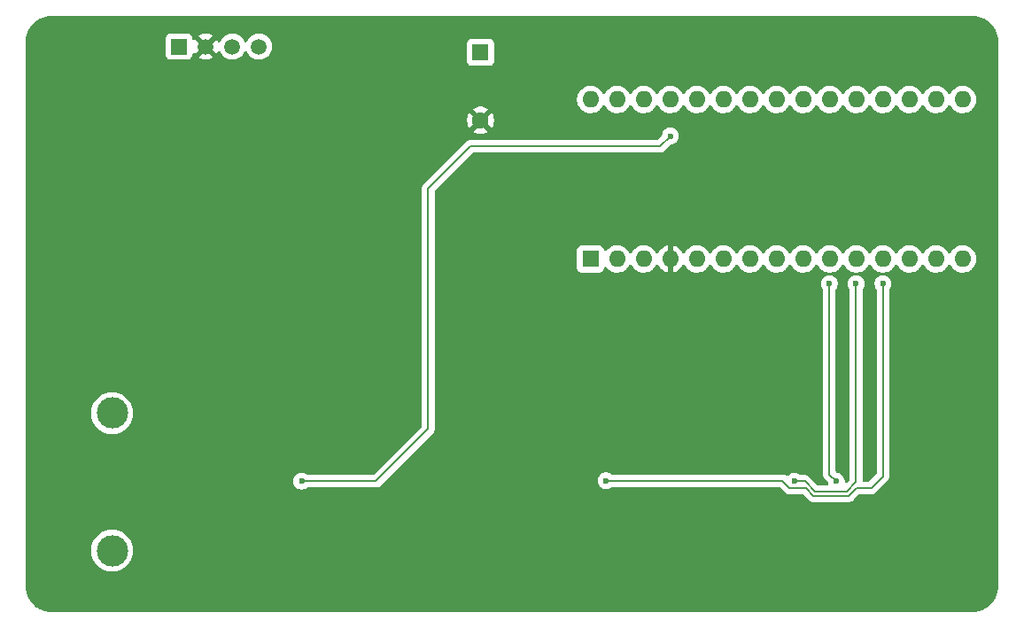
<source format=gbl>
G04 #@! TF.GenerationSoftware,KiCad,Pcbnew,9.0.3*
G04 #@! TF.CreationDate,2025-11-18T14:27:20+09:00*
G04 #@! TF.ProjectId,SpeedJeck,53706565-644a-4656-936b-2e6b69636164,1*
G04 #@! TF.SameCoordinates,Original*
G04 #@! TF.FileFunction,Copper,L2,Bot*
G04 #@! TF.FilePolarity,Positive*
%FSLAX46Y46*%
G04 Gerber Fmt 4.6, Leading zero omitted, Abs format (unit mm)*
G04 Created by KiCad (PCBNEW 9.0.3) date 2025-11-18 14:27:20*
%MOMM*%
%LPD*%
G01*
G04 APERTURE LIST*
G04 #@! TA.AperFunction,ComponentPad*
%ADD10R,1.508000X1.508000*%
G04 #@! TD*
G04 #@! TA.AperFunction,ComponentPad*
%ADD11C,1.508000*%
G04 #@! TD*
G04 #@! TA.AperFunction,ComponentPad*
%ADD12R,1.600000X1.600000*%
G04 #@! TD*
G04 #@! TA.AperFunction,ComponentPad*
%ADD13O,1.600000X1.600000*%
G04 #@! TD*
G04 #@! TA.AperFunction,HeatsinkPad*
%ADD14C,3.000000*%
G04 #@! TD*
G04 #@! TA.AperFunction,ComponentPad*
%ADD15C,1.600000*%
G04 #@! TD*
G04 #@! TA.AperFunction,ViaPad*
%ADD16C,0.600000*%
G04 #@! TD*
G04 #@! TA.AperFunction,Conductor*
%ADD17C,0.200000*%
G04 #@! TD*
G04 APERTURE END LIST*
D10*
X120190000Y-43450000D03*
D11*
X122730000Y-43450000D03*
X125270000Y-43450000D03*
X127810000Y-43450000D03*
D12*
X159512000Y-63754000D03*
D13*
X162052000Y-63754000D03*
X164592000Y-63754000D03*
X167132000Y-63754000D03*
X169672000Y-63754000D03*
X172212000Y-63754000D03*
X174752000Y-63754000D03*
X177292000Y-63754000D03*
X179832000Y-63754000D03*
X182372000Y-63754000D03*
X184912000Y-63754000D03*
X187452000Y-63754000D03*
X189992000Y-63754000D03*
X192532000Y-63754000D03*
X195072000Y-63754000D03*
X195072000Y-48514000D03*
X192532000Y-48514000D03*
X189992000Y-48514000D03*
X187452000Y-48514000D03*
X184912000Y-48514000D03*
X182372000Y-48514000D03*
X179832000Y-48514000D03*
X177292000Y-48514000D03*
X174752000Y-48514000D03*
X172212000Y-48514000D03*
X169672000Y-48514000D03*
X167132000Y-48514000D03*
X164592000Y-48514000D03*
X162052000Y-48514000D03*
X159512000Y-48514000D03*
D14*
X113792000Y-78486000D03*
X113792000Y-91626000D03*
D12*
X149000000Y-44000000D03*
D15*
X149000000Y-50500000D03*
D16*
X197250000Y-78950000D03*
X179000000Y-79100000D03*
X161000000Y-79150000D03*
X167132000Y-66150000D03*
X120550000Y-88550000D03*
X131900000Y-87300000D03*
X197300000Y-93900000D03*
X161000000Y-94150000D03*
X179000000Y-94150000D03*
X179000000Y-85000000D03*
X184900000Y-66100000D03*
X161000000Y-84950000D03*
X187450000Y-66100000D03*
X167132000Y-52000000D03*
X131900000Y-85000000D03*
X183000000Y-85000000D03*
X182350000Y-66100000D03*
D17*
X184000000Y-86000000D02*
X181000000Y-86000000D01*
X184900000Y-66100000D02*
X184900000Y-85100000D01*
X180000000Y-85000000D02*
X179000000Y-85000000D01*
X184900000Y-85100000D02*
X184000000Y-86000000D01*
X181000000Y-86000000D02*
X180000000Y-85000000D01*
X180082900Y-85650000D02*
X180833900Y-86401000D01*
X161000000Y-84950000D02*
X177850000Y-84950000D01*
X184917100Y-85650000D02*
X186350000Y-85650000D01*
X186350000Y-85650000D02*
X187450000Y-84550000D01*
X184166100Y-86401000D02*
X184917100Y-85650000D01*
X178550000Y-85650000D02*
X180082900Y-85650000D01*
X177850000Y-84950000D02*
X178550000Y-85650000D01*
X180833900Y-86401000D02*
X184166100Y-86401000D01*
X187450000Y-84550000D02*
X187450000Y-66100000D01*
X148000000Y-53000000D02*
X144000000Y-57000000D01*
X144000000Y-57000000D02*
X144000000Y-80000000D01*
X139000000Y-85000000D02*
X131900000Y-85000000D01*
X167132000Y-52000000D02*
X166132000Y-53000000D01*
X144000000Y-80000000D02*
X139000000Y-85000000D01*
X166132000Y-53000000D02*
X148000000Y-53000000D01*
X182350000Y-84350000D02*
X183000000Y-85000000D01*
X182350000Y-66100000D02*
X182350000Y-84350000D01*
G04 #@! TA.AperFunction,Conductor*
G36*
X196003736Y-40500726D02*
G01*
X196293796Y-40518271D01*
X196308659Y-40520076D01*
X196590798Y-40571780D01*
X196605335Y-40575363D01*
X196879172Y-40660695D01*
X196893163Y-40666000D01*
X197154743Y-40783727D01*
X197167989Y-40790680D01*
X197413465Y-40939075D01*
X197425776Y-40947573D01*
X197651573Y-41124473D01*
X197662781Y-41134403D01*
X197865596Y-41337218D01*
X197875526Y-41348426D01*
X197995481Y-41501538D01*
X198052422Y-41574217D01*
X198060928Y-41586540D01*
X198209316Y-41832004D01*
X198216275Y-41845263D01*
X198333997Y-42106831D01*
X198339306Y-42120832D01*
X198424635Y-42394663D01*
X198428219Y-42409201D01*
X198479923Y-42691340D01*
X198481728Y-42706205D01*
X198499274Y-42996263D01*
X198499500Y-43003750D01*
X198499500Y-94996249D01*
X198499274Y-95003736D01*
X198481728Y-95293794D01*
X198479923Y-95308659D01*
X198428219Y-95590798D01*
X198424635Y-95605336D01*
X198339306Y-95879167D01*
X198333997Y-95893168D01*
X198216275Y-96154736D01*
X198209316Y-96167995D01*
X198060928Y-96413459D01*
X198052422Y-96425782D01*
X197875526Y-96651573D01*
X197865596Y-96662781D01*
X197662781Y-96865596D01*
X197651573Y-96875526D01*
X197425782Y-97052422D01*
X197413459Y-97060928D01*
X197167995Y-97209316D01*
X197154736Y-97216275D01*
X196893168Y-97333997D01*
X196879167Y-97339306D01*
X196605336Y-97424635D01*
X196590798Y-97428219D01*
X196308659Y-97479923D01*
X196293794Y-97481728D01*
X196003736Y-97499274D01*
X195996249Y-97499500D01*
X108003750Y-97499500D01*
X107996263Y-97499274D01*
X107706204Y-97481728D01*
X107691339Y-97479923D01*
X107409201Y-97428219D01*
X107394663Y-97424635D01*
X107120824Y-97339304D01*
X107106826Y-97333995D01*
X106954095Y-97265256D01*
X106845268Y-97216277D01*
X106832010Y-97209319D01*
X106586540Y-97060928D01*
X106574217Y-97052422D01*
X106348426Y-96875525D01*
X106337218Y-96865595D01*
X106134403Y-96662781D01*
X106124473Y-96651573D01*
X105947573Y-96425776D01*
X105939071Y-96413458D01*
X105790680Y-96167987D01*
X105783722Y-96154730D01*
X105666000Y-95893163D01*
X105660698Y-95879182D01*
X105575363Y-95605334D01*
X105571780Y-95590797D01*
X105520076Y-95308659D01*
X105518271Y-95293794D01*
X105500726Y-95003736D01*
X105500500Y-94996249D01*
X105500500Y-91494872D01*
X111791500Y-91494872D01*
X111791500Y-91757127D01*
X111818123Y-91959339D01*
X111825730Y-92017116D01*
X111893602Y-92270418D01*
X111893605Y-92270428D01*
X111993953Y-92512690D01*
X111993958Y-92512700D01*
X112125075Y-92739803D01*
X112284718Y-92947851D01*
X112284726Y-92947860D01*
X112470140Y-93133274D01*
X112470148Y-93133281D01*
X112678196Y-93292924D01*
X112905299Y-93424041D01*
X112905309Y-93424046D01*
X113147571Y-93524394D01*
X113147581Y-93524398D01*
X113400884Y-93592270D01*
X113660880Y-93626500D01*
X113660887Y-93626500D01*
X113923113Y-93626500D01*
X113923120Y-93626500D01*
X114183116Y-93592270D01*
X114436419Y-93524398D01*
X114678697Y-93424043D01*
X114905803Y-93292924D01*
X115113851Y-93133282D01*
X115113855Y-93133277D01*
X115113860Y-93133274D01*
X115299274Y-92947860D01*
X115299277Y-92947855D01*
X115299282Y-92947851D01*
X115458924Y-92739803D01*
X115590043Y-92512697D01*
X115690398Y-92270419D01*
X115758270Y-92017116D01*
X115792500Y-91757120D01*
X115792500Y-91494880D01*
X115758270Y-91234884D01*
X115690398Y-90981581D01*
X115690394Y-90981571D01*
X115590046Y-90739309D01*
X115590041Y-90739299D01*
X115458924Y-90512196D01*
X115299281Y-90304148D01*
X115299274Y-90304140D01*
X115113860Y-90118726D01*
X115113851Y-90118718D01*
X114905803Y-89959075D01*
X114678700Y-89827958D01*
X114678690Y-89827953D01*
X114436428Y-89727605D01*
X114436421Y-89727603D01*
X114436419Y-89727602D01*
X114183116Y-89659730D01*
X114125339Y-89652123D01*
X113923127Y-89625500D01*
X113923120Y-89625500D01*
X113660880Y-89625500D01*
X113660872Y-89625500D01*
X113429772Y-89655926D01*
X113400884Y-89659730D01*
X113147581Y-89727602D01*
X113147571Y-89727605D01*
X112905309Y-89827953D01*
X112905299Y-89827958D01*
X112678196Y-89959075D01*
X112470148Y-90118718D01*
X112284718Y-90304148D01*
X112125075Y-90512196D01*
X111993958Y-90739299D01*
X111993953Y-90739309D01*
X111893605Y-90981571D01*
X111893602Y-90981581D01*
X111825730Y-91234885D01*
X111791500Y-91494872D01*
X105500500Y-91494872D01*
X105500500Y-84921153D01*
X131099500Y-84921153D01*
X131099500Y-85078846D01*
X131130261Y-85233489D01*
X131130264Y-85233501D01*
X131190602Y-85379172D01*
X131190609Y-85379185D01*
X131278210Y-85510288D01*
X131278213Y-85510292D01*
X131389707Y-85621786D01*
X131389711Y-85621789D01*
X131520814Y-85709390D01*
X131520827Y-85709397D01*
X131620060Y-85750500D01*
X131666503Y-85769737D01*
X131821153Y-85800499D01*
X131821156Y-85800500D01*
X131821158Y-85800500D01*
X131978844Y-85800500D01*
X131978845Y-85800499D01*
X132133497Y-85769737D01*
X132279179Y-85709394D01*
X132354005Y-85659397D01*
X132410875Y-85621398D01*
X132477553Y-85600520D01*
X132479766Y-85600500D01*
X138913331Y-85600500D01*
X138913347Y-85600501D01*
X138920943Y-85600501D01*
X139079054Y-85600501D01*
X139079057Y-85600501D01*
X139231785Y-85559577D01*
X139289136Y-85526465D01*
X139368716Y-85480520D01*
X139480520Y-85368716D01*
X139480520Y-85368714D01*
X139490724Y-85358511D01*
X139490728Y-85358506D01*
X139978081Y-84871153D01*
X160199500Y-84871153D01*
X160199500Y-85028846D01*
X160230261Y-85183489D01*
X160230264Y-85183501D01*
X160290602Y-85329172D01*
X160290609Y-85329185D01*
X160378210Y-85460288D01*
X160378213Y-85460292D01*
X160489707Y-85571786D01*
X160489711Y-85571789D01*
X160620814Y-85659390D01*
X160620827Y-85659397D01*
X160766498Y-85719735D01*
X160766503Y-85719737D01*
X160921153Y-85750499D01*
X160921156Y-85750500D01*
X160921158Y-85750500D01*
X161078844Y-85750500D01*
X161078845Y-85750499D01*
X161233497Y-85719737D01*
X161379179Y-85659394D01*
X161435459Y-85621789D01*
X161510875Y-85571398D01*
X161577553Y-85550520D01*
X161579766Y-85550500D01*
X177549903Y-85550500D01*
X177616942Y-85570185D01*
X177637584Y-85586819D01*
X178065139Y-86014374D01*
X178065149Y-86014385D01*
X178069479Y-86018715D01*
X178069480Y-86018716D01*
X178181284Y-86130520D01*
X178181286Y-86130521D01*
X178181290Y-86130524D01*
X178248306Y-86169215D01*
X178318216Y-86209577D01*
X178401098Y-86231785D01*
X178470942Y-86250500D01*
X178470943Y-86250500D01*
X179782803Y-86250500D01*
X179849842Y-86270185D01*
X179870484Y-86286819D01*
X180349039Y-86765374D01*
X180349049Y-86765385D01*
X180353379Y-86769715D01*
X180353380Y-86769716D01*
X180465184Y-86881520D01*
X180465186Y-86881521D01*
X180465190Y-86881524D01*
X180602109Y-86960573D01*
X180602116Y-86960577D01*
X180713919Y-86990534D01*
X180754842Y-87001500D01*
X180754843Y-87001500D01*
X184079431Y-87001500D01*
X184079447Y-87001501D01*
X184087043Y-87001501D01*
X184245154Y-87001501D01*
X184245157Y-87001501D01*
X184397885Y-86960577D01*
X184448004Y-86931639D01*
X184534816Y-86881520D01*
X184646620Y-86769716D01*
X184646620Y-86769714D01*
X184656828Y-86759507D01*
X184656829Y-86759504D01*
X185129516Y-86286819D01*
X185190839Y-86253334D01*
X185217197Y-86250500D01*
X186263331Y-86250500D01*
X186263347Y-86250501D01*
X186270943Y-86250501D01*
X186429054Y-86250501D01*
X186429057Y-86250501D01*
X186581785Y-86209577D01*
X186651692Y-86169216D01*
X186718716Y-86130520D01*
X186830520Y-86018716D01*
X186830520Y-86018714D01*
X186840724Y-86008511D01*
X186840728Y-86008506D01*
X187808506Y-85040728D01*
X187808511Y-85040724D01*
X187818714Y-85030520D01*
X187818716Y-85030520D01*
X187930520Y-84918716D01*
X187993139Y-84810256D01*
X188009577Y-84781785D01*
X188050501Y-84629057D01*
X188050501Y-84470943D01*
X188050501Y-84463348D01*
X188050500Y-84463330D01*
X188050500Y-66679765D01*
X188070185Y-66612726D01*
X188071398Y-66610874D01*
X188159390Y-66479185D01*
X188159390Y-66479184D01*
X188159394Y-66479179D01*
X188219737Y-66333497D01*
X188250500Y-66178842D01*
X188250500Y-66021158D01*
X188250500Y-66021155D01*
X188250499Y-66021153D01*
X188219738Y-65866510D01*
X188219737Y-65866503D01*
X188219735Y-65866498D01*
X188159397Y-65720827D01*
X188159390Y-65720814D01*
X188071789Y-65589711D01*
X188071786Y-65589707D01*
X187960292Y-65478213D01*
X187960288Y-65478210D01*
X187829185Y-65390609D01*
X187829172Y-65390602D01*
X187683501Y-65330264D01*
X187683489Y-65330261D01*
X187543911Y-65302497D01*
X187543908Y-65302496D01*
X187528842Y-65299500D01*
X187371158Y-65299500D01*
X187356327Y-65302450D01*
X187356318Y-65302450D01*
X187216508Y-65330261D01*
X187216498Y-65330264D01*
X187070827Y-65390602D01*
X187070814Y-65390609D01*
X186939711Y-65478210D01*
X186939707Y-65478213D01*
X186828213Y-65589707D01*
X186828210Y-65589711D01*
X186740609Y-65720814D01*
X186740602Y-65720827D01*
X186680264Y-65866498D01*
X186680261Y-65866510D01*
X186649500Y-66021153D01*
X186649500Y-66178846D01*
X186680261Y-66333489D01*
X186680264Y-66333501D01*
X186740602Y-66479172D01*
X186740609Y-66479185D01*
X186828602Y-66610874D01*
X186849480Y-66677551D01*
X186849500Y-66679765D01*
X186849500Y-84249903D01*
X186829815Y-84316942D01*
X186813181Y-84337584D01*
X186137584Y-85013181D01*
X186076261Y-85046666D01*
X186049903Y-85049500D01*
X185624500Y-85049500D01*
X185557461Y-85029815D01*
X185511706Y-84977011D01*
X185500500Y-84925500D01*
X185500500Y-66679765D01*
X185520185Y-66612726D01*
X185521398Y-66610874D01*
X185609390Y-66479185D01*
X185609390Y-66479184D01*
X185609394Y-66479179D01*
X185669737Y-66333497D01*
X185700500Y-66178842D01*
X185700500Y-66021158D01*
X185700500Y-66021155D01*
X185700499Y-66021153D01*
X185669738Y-65866510D01*
X185669737Y-65866503D01*
X185669735Y-65866498D01*
X185609397Y-65720827D01*
X185609390Y-65720814D01*
X185521789Y-65589711D01*
X185521786Y-65589707D01*
X185410292Y-65478213D01*
X185410288Y-65478210D01*
X185279185Y-65390609D01*
X185279172Y-65390602D01*
X185133501Y-65330264D01*
X185133489Y-65330261D01*
X184993743Y-65302463D01*
X184993737Y-65302462D01*
X184978842Y-65299500D01*
X184821158Y-65299500D01*
X184808996Y-65301919D01*
X184808990Y-65301919D01*
X184666508Y-65330261D01*
X184666498Y-65330264D01*
X184520827Y-65390602D01*
X184520814Y-65390609D01*
X184389711Y-65478210D01*
X184389707Y-65478213D01*
X184278213Y-65589707D01*
X184278210Y-65589711D01*
X184190609Y-65720814D01*
X184190602Y-65720827D01*
X184130264Y-65866498D01*
X184130261Y-65866510D01*
X184099500Y-66021153D01*
X184099500Y-66178846D01*
X184130261Y-66333489D01*
X184130264Y-66333501D01*
X184190602Y-66479172D01*
X184190609Y-66479185D01*
X184278602Y-66610874D01*
X184299480Y-66677551D01*
X184299500Y-66679765D01*
X184299500Y-84799903D01*
X184279815Y-84866942D01*
X184263181Y-84887584D01*
X184012181Y-85138584D01*
X183950858Y-85172069D01*
X183881166Y-85167085D01*
X183825233Y-85125213D01*
X183800816Y-85059749D01*
X183800500Y-85050903D01*
X183800500Y-84921155D01*
X183800499Y-84921153D01*
X183778439Y-84810253D01*
X183769737Y-84766503D01*
X183749940Y-84718709D01*
X183709397Y-84620827D01*
X183709390Y-84620814D01*
X183621789Y-84489711D01*
X183621786Y-84489707D01*
X183510292Y-84378213D01*
X183510288Y-84378210D01*
X183379185Y-84290609D01*
X183379172Y-84290602D01*
X183233501Y-84230264D01*
X183233491Y-84230261D01*
X183078149Y-84199361D01*
X183061392Y-84190595D01*
X183042914Y-84186576D01*
X183017877Y-84167833D01*
X183016238Y-84166976D01*
X183014660Y-84165425D01*
X182986819Y-84137584D01*
X182953334Y-84076261D01*
X182950500Y-84049903D01*
X182950500Y-66679765D01*
X182970185Y-66612726D01*
X182971398Y-66610874D01*
X183059390Y-66479185D01*
X183059390Y-66479184D01*
X183059394Y-66479179D01*
X183119737Y-66333497D01*
X183150500Y-66178842D01*
X183150500Y-66021158D01*
X183150500Y-66021155D01*
X183150499Y-66021153D01*
X183119738Y-65866510D01*
X183119737Y-65866503D01*
X183119735Y-65866498D01*
X183059397Y-65720827D01*
X183059390Y-65720814D01*
X182971789Y-65589711D01*
X182971786Y-65589707D01*
X182860292Y-65478213D01*
X182860288Y-65478210D01*
X182729185Y-65390609D01*
X182729172Y-65390602D01*
X182583501Y-65330264D01*
X182583489Y-65330261D01*
X182443503Y-65302415D01*
X182443496Y-65302414D01*
X182428842Y-65299500D01*
X182271158Y-65299500D01*
X182262762Y-65301170D01*
X182262756Y-65301170D01*
X182116508Y-65330261D01*
X182116498Y-65330264D01*
X181970827Y-65390602D01*
X181970814Y-65390609D01*
X181839711Y-65478210D01*
X181839707Y-65478213D01*
X181728213Y-65589707D01*
X181728210Y-65589711D01*
X181640609Y-65720814D01*
X181640602Y-65720827D01*
X181580264Y-65866498D01*
X181580261Y-65866510D01*
X181549500Y-66021153D01*
X181549500Y-66178846D01*
X181580261Y-66333489D01*
X181580264Y-66333501D01*
X181640602Y-66479172D01*
X181640609Y-66479185D01*
X181728602Y-66610874D01*
X181749480Y-66677551D01*
X181749500Y-66679765D01*
X181749500Y-84263330D01*
X181749499Y-84263348D01*
X181749499Y-84429054D01*
X181749498Y-84429054D01*
X181790424Y-84581789D01*
X181790425Y-84581790D01*
X181812186Y-84619480D01*
X181812187Y-84619482D01*
X181869475Y-84718709D01*
X181869481Y-84718717D01*
X181988349Y-84837585D01*
X181988355Y-84837590D01*
X182165425Y-85014660D01*
X182174284Y-85030885D01*
X182187216Y-85044101D01*
X182197982Y-85074284D01*
X182198910Y-85075983D01*
X182199190Y-85077302D01*
X182199500Y-85078805D01*
X182199500Y-85078842D01*
X182230263Y-85233497D01*
X182232513Y-85238930D01*
X182234891Y-85250461D01*
X182232954Y-85273940D01*
X182235503Y-85297359D01*
X182230136Y-85308113D01*
X182229149Y-85320094D01*
X182214825Y-85338799D01*
X182204309Y-85359878D01*
X182193980Y-85366024D01*
X182186672Y-85375569D01*
X182164508Y-85383562D01*
X182144266Y-85395608D01*
X182124018Y-85398164D01*
X182120946Y-85399273D01*
X182118918Y-85398808D01*
X182113445Y-85399500D01*
X181300098Y-85399500D01*
X181233059Y-85379815D01*
X181212417Y-85363181D01*
X180487590Y-84638355D01*
X180487588Y-84638352D01*
X180368717Y-84519481D01*
X180368709Y-84519475D01*
X180239235Y-84444724D01*
X180239231Y-84444722D01*
X180231785Y-84440423D01*
X180079057Y-84399499D01*
X179920943Y-84399499D01*
X179913347Y-84399499D01*
X179913331Y-84399500D01*
X179579766Y-84399500D01*
X179512727Y-84379815D01*
X179510875Y-84378602D01*
X179379185Y-84290609D01*
X179379172Y-84290602D01*
X179233501Y-84230264D01*
X179233489Y-84230261D01*
X179078845Y-84199500D01*
X179078842Y-84199500D01*
X178921158Y-84199500D01*
X178921155Y-84199500D01*
X178766510Y-84230261D01*
X178766498Y-84230264D01*
X178620827Y-84290602D01*
X178620814Y-84290609D01*
X178489711Y-84378210D01*
X178396259Y-84471662D01*
X178334935Y-84505146D01*
X178265244Y-84500162D01*
X178242637Y-84488993D01*
X178230789Y-84481553D01*
X178218716Y-84469480D01*
X178131904Y-84419360D01*
X178081785Y-84390423D01*
X177929057Y-84349499D01*
X177770943Y-84349499D01*
X177763347Y-84349499D01*
X177763331Y-84349500D01*
X161579766Y-84349500D01*
X161512727Y-84329815D01*
X161510875Y-84328602D01*
X161379185Y-84240609D01*
X161379172Y-84240602D01*
X161233501Y-84180264D01*
X161233489Y-84180261D01*
X161078845Y-84149500D01*
X161078842Y-84149500D01*
X160921158Y-84149500D01*
X160921155Y-84149500D01*
X160766510Y-84180261D01*
X160766498Y-84180264D01*
X160620827Y-84240602D01*
X160620814Y-84240609D01*
X160489711Y-84328210D01*
X160489707Y-84328213D01*
X160378213Y-84439707D01*
X160378210Y-84439711D01*
X160290609Y-84570814D01*
X160290602Y-84570827D01*
X160230264Y-84716498D01*
X160230261Y-84716510D01*
X160199500Y-84871153D01*
X139978081Y-84871153D01*
X144368713Y-80480521D01*
X144368716Y-80480520D01*
X144480520Y-80368716D01*
X144530639Y-80281904D01*
X144559577Y-80231785D01*
X144600501Y-80079057D01*
X144600501Y-79920943D01*
X144600501Y-79913348D01*
X144600500Y-79913330D01*
X144600500Y-62906135D01*
X158211500Y-62906135D01*
X158211500Y-64601870D01*
X158211501Y-64601876D01*
X158217908Y-64661483D01*
X158268202Y-64796328D01*
X158268206Y-64796335D01*
X158354452Y-64911544D01*
X158354455Y-64911547D01*
X158469664Y-64997793D01*
X158469671Y-64997797D01*
X158604517Y-65048091D01*
X158604516Y-65048091D01*
X158611444Y-65048835D01*
X158664127Y-65054500D01*
X160359872Y-65054499D01*
X160419483Y-65048091D01*
X160554331Y-64997796D01*
X160669546Y-64911546D01*
X160755796Y-64796331D01*
X160806091Y-64661483D01*
X160810061Y-64624556D01*
X160836796Y-64560011D01*
X160894188Y-64520161D01*
X160964013Y-64517666D01*
X161024102Y-64553317D01*
X161033667Y-64564929D01*
X161060032Y-64601217D01*
X161204786Y-64745971D01*
X161359749Y-64858556D01*
X161370390Y-64866287D01*
X161459212Y-64911544D01*
X161552776Y-64959218D01*
X161552778Y-64959218D01*
X161552781Y-64959220D01*
X161657137Y-64993127D01*
X161747465Y-65022477D01*
X161848557Y-65038488D01*
X161949648Y-65054500D01*
X161949649Y-65054500D01*
X162154351Y-65054500D01*
X162154352Y-65054500D01*
X162356534Y-65022477D01*
X162551219Y-64959220D01*
X162733610Y-64866287D01*
X162829901Y-64796328D01*
X162899213Y-64745971D01*
X162899215Y-64745968D01*
X162899219Y-64745966D01*
X163043966Y-64601219D01*
X163043968Y-64601215D01*
X163043971Y-64601213D01*
X163164284Y-64435614D01*
X163164286Y-64435611D01*
X163164287Y-64435610D01*
X163211516Y-64342917D01*
X163259489Y-64292123D01*
X163327310Y-64275328D01*
X163393445Y-64297865D01*
X163432485Y-64342919D01*
X163479715Y-64435614D01*
X163600028Y-64601213D01*
X163744786Y-64745971D01*
X163899749Y-64858556D01*
X163910390Y-64866287D01*
X163999212Y-64911544D01*
X164092776Y-64959218D01*
X164092778Y-64959218D01*
X164092781Y-64959220D01*
X164197137Y-64993127D01*
X164287465Y-65022477D01*
X164388557Y-65038488D01*
X164489648Y-65054500D01*
X164489649Y-65054500D01*
X164694351Y-65054500D01*
X164694352Y-65054500D01*
X164896534Y-65022477D01*
X165091219Y-64959220D01*
X165273610Y-64866287D01*
X165369901Y-64796328D01*
X165439213Y-64745971D01*
X165439215Y-64745968D01*
X165439219Y-64745966D01*
X165583966Y-64601219D01*
X165583968Y-64601215D01*
X165583971Y-64601213D01*
X165704284Y-64435614D01*
X165704286Y-64435611D01*
X165704287Y-64435610D01*
X165751795Y-64342369D01*
X165799770Y-64291574D01*
X165867591Y-64274779D01*
X165933725Y-64297316D01*
X165972765Y-64342370D01*
X166020140Y-64435349D01*
X166140417Y-64600894D01*
X166140417Y-64600895D01*
X166285104Y-64745582D01*
X166450650Y-64865859D01*
X166632968Y-64958754D01*
X166827578Y-65021988D01*
X166882000Y-65030607D01*
X166882000Y-64187012D01*
X166939007Y-64219925D01*
X167066174Y-64254000D01*
X167197826Y-64254000D01*
X167324993Y-64219925D01*
X167382000Y-64187012D01*
X167382000Y-65030606D01*
X167436421Y-65021988D01*
X167631031Y-64958754D01*
X167813349Y-64865859D01*
X167978894Y-64745582D01*
X167978895Y-64745582D01*
X168123582Y-64600895D01*
X168123582Y-64600894D01*
X168243861Y-64435347D01*
X168291234Y-64342371D01*
X168339208Y-64291575D01*
X168407028Y-64274779D01*
X168473164Y-64297316D01*
X168512203Y-64342369D01*
X168559713Y-64435611D01*
X168680028Y-64601213D01*
X168824786Y-64745971D01*
X168979749Y-64858556D01*
X168990390Y-64866287D01*
X169079212Y-64911544D01*
X169172776Y-64959218D01*
X169172778Y-64959218D01*
X169172781Y-64959220D01*
X169277137Y-64993127D01*
X169367465Y-65022477D01*
X169468557Y-65038488D01*
X169569648Y-65054500D01*
X169569649Y-65054500D01*
X169774351Y-65054500D01*
X169774352Y-65054500D01*
X169976534Y-65022477D01*
X170171219Y-64959220D01*
X170353610Y-64866287D01*
X170449901Y-64796328D01*
X170519213Y-64745971D01*
X170519215Y-64745968D01*
X170519219Y-64745966D01*
X170663966Y-64601219D01*
X170663968Y-64601215D01*
X170663971Y-64601213D01*
X170784284Y-64435614D01*
X170784286Y-64435611D01*
X170784287Y-64435610D01*
X170831516Y-64342917D01*
X170879489Y-64292123D01*
X170947310Y-64275328D01*
X171013445Y-64297865D01*
X171052485Y-64342919D01*
X171099715Y-64435614D01*
X171220028Y-64601213D01*
X171364786Y-64745971D01*
X171519749Y-64858556D01*
X171530390Y-64866287D01*
X171619212Y-64911544D01*
X171712776Y-64959218D01*
X171712778Y-64959218D01*
X171712781Y-64959220D01*
X171817137Y-64993127D01*
X171907465Y-65022477D01*
X172008557Y-65038488D01*
X172109648Y-65054500D01*
X172109649Y-65054500D01*
X172314351Y-65054500D01*
X172314352Y-65054500D01*
X172516534Y-65022477D01*
X172711219Y-64959220D01*
X172893610Y-64866287D01*
X172989901Y-64796328D01*
X173059213Y-64745971D01*
X173059215Y-64745968D01*
X173059219Y-64745966D01*
X173203966Y-64601219D01*
X173203968Y-64601215D01*
X173203971Y-64601213D01*
X173324284Y-64435614D01*
X173324286Y-64435611D01*
X173324287Y-64435610D01*
X173371516Y-64342917D01*
X173419489Y-64292123D01*
X173487310Y-64275328D01*
X173553445Y-64297865D01*
X173592485Y-64342919D01*
X173639715Y-64435614D01*
X173760028Y-64601213D01*
X173904786Y-64745971D01*
X174059749Y-64858556D01*
X174070390Y-64866287D01*
X174159212Y-64911544D01*
X174252776Y-64959218D01*
X174252778Y-64959218D01*
X174252781Y-64959220D01*
X174357137Y-64993127D01*
X174447465Y-65022477D01*
X174548557Y-65038488D01*
X174649648Y-65054500D01*
X174649649Y-65054500D01*
X174854351Y-65054500D01*
X174854352Y-65054500D01*
X175056534Y-65022477D01*
X175251219Y-64959220D01*
X175433610Y-64866287D01*
X175529901Y-64796328D01*
X175599213Y-64745971D01*
X175599215Y-64745968D01*
X175599219Y-64745966D01*
X175743966Y-64601219D01*
X175743968Y-64601215D01*
X175743971Y-64601213D01*
X175864284Y-64435614D01*
X175864286Y-64435611D01*
X175864287Y-64435610D01*
X175911516Y-64342917D01*
X175959489Y-64292123D01*
X176027310Y-64275328D01*
X176093445Y-64297865D01*
X176132485Y-64342919D01*
X176179715Y-64435614D01*
X176300028Y-64601213D01*
X176444786Y-64745971D01*
X176599749Y-64858556D01*
X176610390Y-64866287D01*
X176699212Y-64911544D01*
X176792776Y-64959218D01*
X176792778Y-64959218D01*
X176792781Y-64959220D01*
X176897137Y-64993127D01*
X176987465Y-65022477D01*
X177088557Y-65038488D01*
X177189648Y-65054500D01*
X177189649Y-65054500D01*
X177394351Y-65054500D01*
X177394352Y-65054500D01*
X177596534Y-65022477D01*
X177791219Y-64959220D01*
X177973610Y-64866287D01*
X178069901Y-64796328D01*
X178139213Y-64745971D01*
X178139215Y-64745968D01*
X178139219Y-64745966D01*
X178283966Y-64601219D01*
X178283968Y-64601215D01*
X178283971Y-64601213D01*
X178404284Y-64435614D01*
X178404286Y-64435611D01*
X178404287Y-64435610D01*
X178451516Y-64342917D01*
X178499489Y-64292123D01*
X178567310Y-64275328D01*
X178633445Y-64297865D01*
X178672485Y-64342919D01*
X178719715Y-64435614D01*
X178840028Y-64601213D01*
X178984786Y-64745971D01*
X179139749Y-64858556D01*
X179150390Y-64866287D01*
X179239212Y-64911544D01*
X179332776Y-64959218D01*
X179332778Y-64959218D01*
X179332781Y-64959220D01*
X179437137Y-64993127D01*
X179527465Y-65022477D01*
X179628557Y-65038488D01*
X179729648Y-65054500D01*
X179729649Y-65054500D01*
X179934351Y-65054500D01*
X179934352Y-65054500D01*
X180136534Y-65022477D01*
X180331219Y-64959220D01*
X180513610Y-64866287D01*
X180609901Y-64796328D01*
X180679213Y-64745971D01*
X180679215Y-64745968D01*
X180679219Y-64745966D01*
X180823966Y-64601219D01*
X180823968Y-64601215D01*
X180823971Y-64601213D01*
X180944284Y-64435614D01*
X180944286Y-64435611D01*
X180944287Y-64435610D01*
X180991516Y-64342917D01*
X181039489Y-64292123D01*
X181107310Y-64275328D01*
X181173445Y-64297865D01*
X181212485Y-64342919D01*
X181259715Y-64435614D01*
X181380028Y-64601213D01*
X181524786Y-64745971D01*
X181679749Y-64858556D01*
X181690390Y-64866287D01*
X181779212Y-64911544D01*
X181872776Y-64959218D01*
X181872778Y-64959218D01*
X181872781Y-64959220D01*
X182067466Y-65022477D01*
X182269648Y-65054500D01*
X182456558Y-65054500D01*
X182474351Y-65054500D01*
X182474352Y-65054500D01*
X182676534Y-65022477D01*
X182871219Y-64959220D01*
X183053610Y-64866287D01*
X183149901Y-64796328D01*
X183219213Y-64745971D01*
X183219215Y-64745968D01*
X183219219Y-64745966D01*
X183363966Y-64601219D01*
X183363968Y-64601215D01*
X183363971Y-64601213D01*
X183484284Y-64435614D01*
X183484286Y-64435611D01*
X183484287Y-64435610D01*
X183531516Y-64342917D01*
X183579489Y-64292123D01*
X183647310Y-64275328D01*
X183713445Y-64297865D01*
X183752485Y-64342919D01*
X183799715Y-64435614D01*
X183920028Y-64601213D01*
X184064786Y-64745971D01*
X184219749Y-64858556D01*
X184230390Y-64866287D01*
X184319212Y-64911544D01*
X184412776Y-64959218D01*
X184412778Y-64959218D01*
X184412781Y-64959220D01*
X184517137Y-64993127D01*
X184607465Y-65022477D01*
X184658796Y-65030607D01*
X184809648Y-65054500D01*
X185006163Y-65054500D01*
X185014351Y-65054500D01*
X185014352Y-65054500D01*
X185216534Y-65022477D01*
X185411219Y-64959220D01*
X185593610Y-64866287D01*
X185689901Y-64796328D01*
X185759213Y-64745971D01*
X185759215Y-64745968D01*
X185759219Y-64745966D01*
X185903966Y-64601219D01*
X185903968Y-64601215D01*
X185903971Y-64601213D01*
X186024284Y-64435614D01*
X186024286Y-64435611D01*
X186024287Y-64435610D01*
X186071516Y-64342917D01*
X186119489Y-64292123D01*
X186187310Y-64275328D01*
X186253445Y-64297865D01*
X186292485Y-64342919D01*
X186339715Y-64435614D01*
X186460028Y-64601213D01*
X186604786Y-64745971D01*
X186759749Y-64858556D01*
X186770390Y-64866287D01*
X186859212Y-64911544D01*
X186952776Y-64959218D01*
X186952778Y-64959218D01*
X186952781Y-64959220D01*
X187057137Y-64993127D01*
X187147465Y-65022477D01*
X187198796Y-65030607D01*
X187349648Y-65054500D01*
X187554352Y-65054500D01*
X187756534Y-65022477D01*
X187951219Y-64959220D01*
X188133610Y-64866287D01*
X188229901Y-64796328D01*
X188299213Y-64745971D01*
X188299215Y-64745968D01*
X188299219Y-64745966D01*
X188443966Y-64601219D01*
X188443968Y-64601215D01*
X188443971Y-64601213D01*
X188564284Y-64435614D01*
X188564286Y-64435611D01*
X188564287Y-64435610D01*
X188611516Y-64342917D01*
X188659489Y-64292123D01*
X188727310Y-64275328D01*
X188793445Y-64297865D01*
X188832485Y-64342919D01*
X188879715Y-64435614D01*
X189000028Y-64601213D01*
X189144786Y-64745971D01*
X189299749Y-64858556D01*
X189310390Y-64866287D01*
X189399212Y-64911544D01*
X189492776Y-64959218D01*
X189492778Y-64959218D01*
X189492781Y-64959220D01*
X189597137Y-64993127D01*
X189687465Y-65022477D01*
X189788557Y-65038488D01*
X189889648Y-65054500D01*
X189889649Y-65054500D01*
X190094351Y-65054500D01*
X190094352Y-65054500D01*
X190296534Y-65022477D01*
X190491219Y-64959220D01*
X190673610Y-64866287D01*
X190769901Y-64796328D01*
X190839213Y-64745971D01*
X190839215Y-64745968D01*
X190839219Y-64745966D01*
X190983966Y-64601219D01*
X190983968Y-64601215D01*
X190983971Y-64601213D01*
X191104284Y-64435614D01*
X191104286Y-64435611D01*
X191104287Y-64435610D01*
X191151516Y-64342917D01*
X191199489Y-64292123D01*
X191267310Y-64275328D01*
X191333445Y-64297865D01*
X191372485Y-64342919D01*
X191419715Y-64435614D01*
X191540028Y-64601213D01*
X191684786Y-64745971D01*
X191839749Y-64858556D01*
X191850390Y-64866287D01*
X191939212Y-64911544D01*
X192032776Y-64959218D01*
X192032778Y-64959218D01*
X192032781Y-64959220D01*
X192137137Y-64993127D01*
X192227465Y-65022477D01*
X192328557Y-65038488D01*
X192429648Y-65054500D01*
X192429649Y-65054500D01*
X192634351Y-65054500D01*
X192634352Y-65054500D01*
X192836534Y-65022477D01*
X193031219Y-64959220D01*
X193213610Y-64866287D01*
X193309901Y-64796328D01*
X193379213Y-64745971D01*
X193379215Y-64745968D01*
X193379219Y-64745966D01*
X193523966Y-64601219D01*
X193523968Y-64601215D01*
X193523971Y-64601213D01*
X193644284Y-64435614D01*
X193644286Y-64435611D01*
X193644287Y-64435610D01*
X193691516Y-64342917D01*
X193739489Y-64292123D01*
X193807310Y-64275328D01*
X193873445Y-64297865D01*
X193912485Y-64342919D01*
X193959715Y-64435614D01*
X194080028Y-64601213D01*
X194224786Y-64745971D01*
X194379749Y-64858556D01*
X194390390Y-64866287D01*
X194479212Y-64911544D01*
X194572776Y-64959218D01*
X194572778Y-64959218D01*
X194572781Y-64959220D01*
X194677137Y-64993127D01*
X194767465Y-65022477D01*
X194868557Y-65038488D01*
X194969648Y-65054500D01*
X194969649Y-65054500D01*
X195174351Y-65054500D01*
X195174352Y-65054500D01*
X195376534Y-65022477D01*
X195571219Y-64959220D01*
X195753610Y-64866287D01*
X195849901Y-64796328D01*
X195919213Y-64745971D01*
X195919215Y-64745968D01*
X195919219Y-64745966D01*
X196063966Y-64601219D01*
X196063968Y-64601215D01*
X196063971Y-64601213D01*
X196124670Y-64517666D01*
X196184287Y-64435610D01*
X196277220Y-64253219D01*
X196340477Y-64058534D01*
X196372500Y-63856352D01*
X196372500Y-63651648D01*
X196340477Y-63449466D01*
X196339673Y-63446993D01*
X196277218Y-63254776D01*
X196184419Y-63072650D01*
X196184287Y-63072390D01*
X196176556Y-63061749D01*
X196063971Y-62906786D01*
X195919213Y-62762028D01*
X195753613Y-62641715D01*
X195753612Y-62641714D01*
X195753610Y-62641713D01*
X195696653Y-62612691D01*
X195571223Y-62548781D01*
X195376534Y-62485522D01*
X195201995Y-62457878D01*
X195174352Y-62453500D01*
X194969648Y-62453500D01*
X194945329Y-62457351D01*
X194767465Y-62485522D01*
X194572776Y-62548781D01*
X194390386Y-62641715D01*
X194224786Y-62762028D01*
X194080028Y-62906786D01*
X193959715Y-63072386D01*
X193912485Y-63165080D01*
X193864510Y-63215876D01*
X193796689Y-63232671D01*
X193730554Y-63210134D01*
X193691515Y-63165080D01*
X193644419Y-63072650D01*
X193644287Y-63072390D01*
X193636556Y-63061749D01*
X193523971Y-62906786D01*
X193379213Y-62762028D01*
X193213613Y-62641715D01*
X193213612Y-62641714D01*
X193213610Y-62641713D01*
X193156653Y-62612691D01*
X193031223Y-62548781D01*
X192836534Y-62485522D01*
X192661995Y-62457878D01*
X192634352Y-62453500D01*
X192429648Y-62453500D01*
X192405329Y-62457351D01*
X192227465Y-62485522D01*
X192032776Y-62548781D01*
X191850386Y-62641715D01*
X191684786Y-62762028D01*
X191540028Y-62906786D01*
X191419715Y-63072386D01*
X191372485Y-63165080D01*
X191324510Y-63215876D01*
X191256689Y-63232671D01*
X191190554Y-63210134D01*
X191151515Y-63165080D01*
X191104419Y-63072650D01*
X191104287Y-63072390D01*
X191096556Y-63061749D01*
X190983971Y-62906786D01*
X190839213Y-62762028D01*
X190673613Y-62641715D01*
X190673612Y-62641714D01*
X190673610Y-62641713D01*
X190616653Y-62612691D01*
X190491223Y-62548781D01*
X190296534Y-62485522D01*
X190121995Y-62457878D01*
X190094352Y-62453500D01*
X189889648Y-62453500D01*
X189865329Y-62457351D01*
X189687465Y-62485522D01*
X189492776Y-62548781D01*
X189310386Y-62641715D01*
X189144786Y-62762028D01*
X189000028Y-62906786D01*
X188879715Y-63072386D01*
X188832485Y-63165080D01*
X188784510Y-63215876D01*
X188716689Y-63232671D01*
X188650554Y-63210134D01*
X188611515Y-63165080D01*
X188564419Y-63072650D01*
X188564287Y-63072390D01*
X188556556Y-63061749D01*
X188443971Y-62906786D01*
X188299213Y-62762028D01*
X188133613Y-62641715D01*
X188133612Y-62641714D01*
X188133610Y-62641713D01*
X188076653Y-62612691D01*
X187951223Y-62548781D01*
X187756534Y-62485522D01*
X187581995Y-62457878D01*
X187554352Y-62453500D01*
X187349648Y-62453500D01*
X187325329Y-62457351D01*
X187147465Y-62485522D01*
X186952776Y-62548781D01*
X186770386Y-62641715D01*
X186604786Y-62762028D01*
X186460028Y-62906786D01*
X186339715Y-63072386D01*
X186292485Y-63165080D01*
X186244510Y-63215876D01*
X186176689Y-63232671D01*
X186110554Y-63210134D01*
X186071515Y-63165080D01*
X186024419Y-63072650D01*
X186024287Y-63072390D01*
X186016556Y-63061749D01*
X185903971Y-62906786D01*
X185759213Y-62762028D01*
X185593613Y-62641715D01*
X185593612Y-62641714D01*
X185593610Y-62641713D01*
X185536653Y-62612691D01*
X185411223Y-62548781D01*
X185216534Y-62485522D01*
X185041995Y-62457878D01*
X185014352Y-62453500D01*
X184809648Y-62453500D01*
X184785329Y-62457351D01*
X184607465Y-62485522D01*
X184412776Y-62548781D01*
X184230386Y-62641715D01*
X184064786Y-62762028D01*
X183920028Y-62906786D01*
X183799715Y-63072386D01*
X183752485Y-63165080D01*
X183704510Y-63215876D01*
X183636689Y-63232671D01*
X183570554Y-63210134D01*
X183531515Y-63165080D01*
X183484419Y-63072650D01*
X183484287Y-63072390D01*
X183476556Y-63061749D01*
X183363971Y-62906786D01*
X183219213Y-62762028D01*
X183053613Y-62641715D01*
X183053612Y-62641714D01*
X183053610Y-62641713D01*
X182996653Y-62612691D01*
X182871223Y-62548781D01*
X182676534Y-62485522D01*
X182501995Y-62457878D01*
X182474352Y-62453500D01*
X182269648Y-62453500D01*
X182245329Y-62457351D01*
X182067465Y-62485522D01*
X181872776Y-62548781D01*
X181690386Y-62641715D01*
X181524786Y-62762028D01*
X181380028Y-62906786D01*
X181259715Y-63072386D01*
X181212485Y-63165080D01*
X181164510Y-63215876D01*
X181096689Y-63232671D01*
X181030554Y-63210134D01*
X180991515Y-63165080D01*
X180944419Y-63072650D01*
X180944287Y-63072390D01*
X180936556Y-63061749D01*
X180823971Y-62906786D01*
X180679213Y-62762028D01*
X180513613Y-62641715D01*
X180513612Y-62641714D01*
X180513610Y-62641713D01*
X180456653Y-62612691D01*
X180331223Y-62548781D01*
X180136534Y-62485522D01*
X179961995Y-62457878D01*
X179934352Y-62453500D01*
X179729648Y-62453500D01*
X179705329Y-62457351D01*
X179527465Y-62485522D01*
X179332776Y-62548781D01*
X179150386Y-62641715D01*
X178984786Y-62762028D01*
X178840028Y-62906786D01*
X178719715Y-63072386D01*
X178672485Y-63165080D01*
X178624510Y-63215876D01*
X178556689Y-63232671D01*
X178490554Y-63210134D01*
X178451515Y-63165080D01*
X178404419Y-63072650D01*
X178404287Y-63072390D01*
X178396556Y-63061749D01*
X178283971Y-62906786D01*
X178139213Y-62762028D01*
X177973613Y-62641715D01*
X177973612Y-62641714D01*
X177973610Y-62641713D01*
X177916653Y-62612691D01*
X177791223Y-62548781D01*
X177596534Y-62485522D01*
X177421995Y-62457878D01*
X177394352Y-62453500D01*
X177189648Y-62453500D01*
X177165329Y-62457351D01*
X176987465Y-62485522D01*
X176792776Y-62548781D01*
X176610386Y-62641715D01*
X176444786Y-62762028D01*
X176300028Y-62906786D01*
X176179715Y-63072386D01*
X176132485Y-63165080D01*
X176084510Y-63215876D01*
X176016689Y-63232671D01*
X175950554Y-63210134D01*
X175911515Y-63165080D01*
X175864419Y-63072650D01*
X175864287Y-63072390D01*
X175856556Y-63061749D01*
X175743971Y-62906786D01*
X175599213Y-62762028D01*
X175433613Y-62641715D01*
X175433612Y-62641714D01*
X175433610Y-62641713D01*
X175376653Y-62612691D01*
X175251223Y-62548781D01*
X175056534Y-62485522D01*
X174881995Y-62457878D01*
X174854352Y-62453500D01*
X174649648Y-62453500D01*
X174625329Y-62457351D01*
X174447465Y-62485522D01*
X174252776Y-62548781D01*
X174070386Y-62641715D01*
X173904786Y-62762028D01*
X173760028Y-62906786D01*
X173639715Y-63072386D01*
X173592485Y-63165080D01*
X173544510Y-63215876D01*
X173476689Y-63232671D01*
X173410554Y-63210134D01*
X173371515Y-63165080D01*
X173324419Y-63072650D01*
X173324287Y-63072390D01*
X173316556Y-63061749D01*
X173203971Y-62906786D01*
X173059213Y-62762028D01*
X172893613Y-62641715D01*
X172893612Y-62641714D01*
X172893610Y-62641713D01*
X172836653Y-62612691D01*
X172711223Y-62548781D01*
X172516534Y-62485522D01*
X172341995Y-62457878D01*
X172314352Y-62453500D01*
X172109648Y-62453500D01*
X172085329Y-62457351D01*
X171907465Y-62485522D01*
X171712776Y-62548781D01*
X171530386Y-62641715D01*
X171364786Y-62762028D01*
X171220028Y-62906786D01*
X171099715Y-63072386D01*
X171052485Y-63165080D01*
X171004510Y-63215876D01*
X170936689Y-63232671D01*
X170870554Y-63210134D01*
X170831515Y-63165080D01*
X170784419Y-63072650D01*
X170784287Y-63072390D01*
X170776556Y-63061749D01*
X170663971Y-62906786D01*
X170519213Y-62762028D01*
X170353613Y-62641715D01*
X170353612Y-62641714D01*
X170353610Y-62641713D01*
X170296653Y-62612691D01*
X170171223Y-62548781D01*
X169976534Y-62485522D01*
X169801995Y-62457878D01*
X169774352Y-62453500D01*
X169569648Y-62453500D01*
X169545329Y-62457351D01*
X169367465Y-62485522D01*
X169172776Y-62548781D01*
X168990386Y-62641715D01*
X168824786Y-62762028D01*
X168680028Y-62906786D01*
X168559713Y-63072388D01*
X168512203Y-63165630D01*
X168464228Y-63216426D01*
X168396407Y-63233220D01*
X168330272Y-63210682D01*
X168291234Y-63165628D01*
X168243861Y-63072652D01*
X168123582Y-62907105D01*
X168123582Y-62907104D01*
X167978895Y-62762417D01*
X167813349Y-62642140D01*
X167631029Y-62549244D01*
X167436413Y-62486009D01*
X167382000Y-62477390D01*
X167382000Y-63320988D01*
X167324993Y-63288075D01*
X167197826Y-63254000D01*
X167066174Y-63254000D01*
X166939007Y-63288075D01*
X166882000Y-63320988D01*
X166882000Y-62477390D01*
X166827586Y-62486009D01*
X166632970Y-62549244D01*
X166450650Y-62642140D01*
X166285105Y-62762417D01*
X166285104Y-62762417D01*
X166140417Y-62907104D01*
X166140417Y-62907105D01*
X166020140Y-63072650D01*
X165972765Y-63165629D01*
X165924790Y-63216425D01*
X165856969Y-63233220D01*
X165790834Y-63210682D01*
X165751795Y-63165629D01*
X165704419Y-63072650D01*
X165704287Y-63072390D01*
X165696556Y-63061749D01*
X165583971Y-62906786D01*
X165439213Y-62762028D01*
X165273613Y-62641715D01*
X165273612Y-62641714D01*
X165273610Y-62641713D01*
X165216653Y-62612691D01*
X165091223Y-62548781D01*
X164896534Y-62485522D01*
X164721995Y-62457878D01*
X164694352Y-62453500D01*
X164489648Y-62453500D01*
X164465329Y-62457351D01*
X164287465Y-62485522D01*
X164092776Y-62548781D01*
X163910386Y-62641715D01*
X163744786Y-62762028D01*
X163600028Y-62906786D01*
X163479715Y-63072386D01*
X163432485Y-63165080D01*
X163384510Y-63215876D01*
X163316689Y-63232671D01*
X163250554Y-63210134D01*
X163211515Y-63165080D01*
X163164419Y-63072650D01*
X163164287Y-63072390D01*
X163156556Y-63061749D01*
X163043971Y-62906786D01*
X162899213Y-62762028D01*
X162733613Y-62641715D01*
X162733612Y-62641714D01*
X162733610Y-62641713D01*
X162676653Y-62612691D01*
X162551223Y-62548781D01*
X162356534Y-62485522D01*
X162181995Y-62457878D01*
X162154352Y-62453500D01*
X161949648Y-62453500D01*
X161925329Y-62457351D01*
X161747465Y-62485522D01*
X161552776Y-62548781D01*
X161370386Y-62641715D01*
X161204786Y-62762028D01*
X161060032Y-62906782D01*
X161033668Y-62943070D01*
X160978338Y-62985735D01*
X160908724Y-62991714D01*
X160846929Y-62959108D01*
X160812572Y-62898269D01*
X160810060Y-62883438D01*
X160809640Y-62879533D01*
X160806091Y-62846517D01*
X160755796Y-62711669D01*
X160755795Y-62711668D01*
X160755793Y-62711664D01*
X160669547Y-62596455D01*
X160669544Y-62596452D01*
X160554335Y-62510206D01*
X160554328Y-62510202D01*
X160419482Y-62459908D01*
X160419483Y-62459908D01*
X160359883Y-62453501D01*
X160359881Y-62453500D01*
X160359873Y-62453500D01*
X160359864Y-62453500D01*
X158664129Y-62453500D01*
X158664123Y-62453501D01*
X158604516Y-62459908D01*
X158469671Y-62510202D01*
X158469664Y-62510206D01*
X158354455Y-62596452D01*
X158354452Y-62596455D01*
X158268206Y-62711664D01*
X158268202Y-62711671D01*
X158217908Y-62846517D01*
X158211501Y-62906116D01*
X158211500Y-62906135D01*
X144600500Y-62906135D01*
X144600500Y-57300097D01*
X144620185Y-57233058D01*
X144636819Y-57212416D01*
X148212416Y-53636819D01*
X148273739Y-53603334D01*
X148300097Y-53600500D01*
X166045331Y-53600500D01*
X166045347Y-53600501D01*
X166052943Y-53600501D01*
X166211054Y-53600501D01*
X166211057Y-53600501D01*
X166363785Y-53559577D01*
X166413904Y-53530639D01*
X166500716Y-53480520D01*
X166612520Y-53368716D01*
X166612520Y-53368714D01*
X166622728Y-53358507D01*
X166622729Y-53358504D01*
X167146665Y-52834570D01*
X167207984Y-52801088D01*
X167210151Y-52800637D01*
X167210840Y-52800500D01*
X167210842Y-52800500D01*
X167365497Y-52769737D01*
X167511179Y-52709394D01*
X167642289Y-52621789D01*
X167753789Y-52510289D01*
X167841394Y-52379179D01*
X167901737Y-52233497D01*
X167932500Y-52078842D01*
X167932500Y-51921158D01*
X167932500Y-51921155D01*
X167932499Y-51921153D01*
X167908400Y-51800000D01*
X167901737Y-51766503D01*
X167901735Y-51766498D01*
X167841397Y-51620827D01*
X167841390Y-51620814D01*
X167753789Y-51489711D01*
X167753786Y-51489707D01*
X167642292Y-51378213D01*
X167642288Y-51378210D01*
X167511185Y-51290609D01*
X167511172Y-51290602D01*
X167365501Y-51230264D01*
X167365489Y-51230261D01*
X167210845Y-51199500D01*
X167210842Y-51199500D01*
X167053158Y-51199500D01*
X167053155Y-51199500D01*
X166898510Y-51230261D01*
X166898498Y-51230264D01*
X166752827Y-51290602D01*
X166752814Y-51290609D01*
X166621711Y-51378210D01*
X166621707Y-51378213D01*
X166510213Y-51489707D01*
X166510210Y-51489711D01*
X166422609Y-51620814D01*
X166422602Y-51620827D01*
X166362264Y-51766498D01*
X166362261Y-51766508D01*
X166331362Y-51921849D01*
X166298977Y-51983759D01*
X166297426Y-51985338D01*
X165919584Y-52363181D01*
X165858261Y-52396666D01*
X165831903Y-52399500D01*
X148079057Y-52399500D01*
X147920942Y-52399500D01*
X147768215Y-52440423D01*
X147768214Y-52440423D01*
X147768212Y-52440424D01*
X147768209Y-52440425D01*
X147718096Y-52469359D01*
X147718095Y-52469360D01*
X147674689Y-52494420D01*
X147631285Y-52519479D01*
X147631282Y-52519481D01*
X143519481Y-56631282D01*
X143519479Y-56631285D01*
X143469361Y-56718094D01*
X143469359Y-56718096D01*
X143440425Y-56768209D01*
X143440424Y-56768210D01*
X143440423Y-56768215D01*
X143399499Y-56920943D01*
X143399499Y-56920945D01*
X143399499Y-57089046D01*
X143399500Y-57089059D01*
X143399500Y-79699903D01*
X143379815Y-79766942D01*
X143363181Y-79787584D01*
X138787584Y-84363181D01*
X138726261Y-84396666D01*
X138699903Y-84399500D01*
X132479766Y-84399500D01*
X132412727Y-84379815D01*
X132410875Y-84378602D01*
X132279185Y-84290609D01*
X132279172Y-84290602D01*
X132133501Y-84230264D01*
X132133489Y-84230261D01*
X131978845Y-84199500D01*
X131978842Y-84199500D01*
X131821158Y-84199500D01*
X131821155Y-84199500D01*
X131666510Y-84230261D01*
X131666498Y-84230264D01*
X131520827Y-84290602D01*
X131520814Y-84290609D01*
X131389711Y-84378210D01*
X131389707Y-84378213D01*
X131278213Y-84489707D01*
X131278210Y-84489711D01*
X131190609Y-84620814D01*
X131190602Y-84620827D01*
X131130264Y-84766498D01*
X131130261Y-84766510D01*
X131099500Y-84921153D01*
X105500500Y-84921153D01*
X105500500Y-78354872D01*
X111791500Y-78354872D01*
X111791500Y-78617127D01*
X111818123Y-78819339D01*
X111825730Y-78877116D01*
X111893602Y-79130418D01*
X111893605Y-79130428D01*
X111993953Y-79372690D01*
X111993958Y-79372700D01*
X112125075Y-79599803D01*
X112284718Y-79807851D01*
X112284726Y-79807860D01*
X112470140Y-79993274D01*
X112470148Y-79993281D01*
X112678196Y-80152924D01*
X112905299Y-80284041D01*
X112905309Y-80284046D01*
X113109721Y-80368716D01*
X113147581Y-80384398D01*
X113400884Y-80452270D01*
X113660880Y-80486500D01*
X113660887Y-80486500D01*
X113923113Y-80486500D01*
X113923120Y-80486500D01*
X114183116Y-80452270D01*
X114436419Y-80384398D01*
X114678697Y-80284043D01*
X114905803Y-80152924D01*
X115113851Y-79993282D01*
X115113855Y-79993277D01*
X115113860Y-79993274D01*
X115299274Y-79807860D01*
X115299277Y-79807855D01*
X115299282Y-79807851D01*
X115458924Y-79599803D01*
X115590043Y-79372697D01*
X115690398Y-79130419D01*
X115758270Y-78877116D01*
X115792500Y-78617120D01*
X115792500Y-78354880D01*
X115758270Y-78094884D01*
X115690398Y-77841581D01*
X115690394Y-77841571D01*
X115590046Y-77599309D01*
X115590041Y-77599299D01*
X115458924Y-77372196D01*
X115299281Y-77164148D01*
X115299274Y-77164140D01*
X115113860Y-76978726D01*
X115113851Y-76978718D01*
X114905803Y-76819075D01*
X114678700Y-76687958D01*
X114678690Y-76687953D01*
X114436428Y-76587605D01*
X114436421Y-76587603D01*
X114436419Y-76587602D01*
X114183116Y-76519730D01*
X114125339Y-76512123D01*
X113923127Y-76485500D01*
X113923120Y-76485500D01*
X113660880Y-76485500D01*
X113660872Y-76485500D01*
X113429772Y-76515926D01*
X113400884Y-76519730D01*
X113147581Y-76587602D01*
X113147571Y-76587605D01*
X112905309Y-76687953D01*
X112905299Y-76687958D01*
X112678196Y-76819075D01*
X112470148Y-76978718D01*
X112284718Y-77164148D01*
X112125075Y-77372196D01*
X111993958Y-77599299D01*
X111993953Y-77599309D01*
X111893605Y-77841571D01*
X111893602Y-77841581D01*
X111825730Y-78094885D01*
X111791500Y-78354872D01*
X105500500Y-78354872D01*
X105500500Y-50397682D01*
X147700000Y-50397682D01*
X147700000Y-50602317D01*
X147732009Y-50804417D01*
X147795244Y-50999031D01*
X147888141Y-51181350D01*
X147888147Y-51181359D01*
X147920523Y-51225921D01*
X147920524Y-51225922D01*
X148517037Y-50629409D01*
X148534075Y-50692993D01*
X148599901Y-50807007D01*
X148692993Y-50900099D01*
X148807007Y-50965925D01*
X148870590Y-50982962D01*
X148274076Y-51579474D01*
X148318650Y-51611859D01*
X148500968Y-51704755D01*
X148695582Y-51767990D01*
X148897683Y-51800000D01*
X149102317Y-51800000D01*
X149304417Y-51767990D01*
X149499031Y-51704755D01*
X149681349Y-51611859D01*
X149725921Y-51579474D01*
X149129409Y-50982962D01*
X149192993Y-50965925D01*
X149307007Y-50900099D01*
X149400099Y-50807007D01*
X149465925Y-50692993D01*
X149482962Y-50629410D01*
X150079474Y-51225922D01*
X150079474Y-51225921D01*
X150111859Y-51181349D01*
X150204755Y-50999031D01*
X150267990Y-50804417D01*
X150300000Y-50602317D01*
X150300000Y-50397682D01*
X150267990Y-50195582D01*
X150204755Y-50000968D01*
X150111859Y-49818650D01*
X150079474Y-49774077D01*
X150079474Y-49774076D01*
X149482962Y-50370589D01*
X149465925Y-50307007D01*
X149400099Y-50192993D01*
X149307007Y-50099901D01*
X149192993Y-50034075D01*
X149129408Y-50017037D01*
X149725922Y-49420524D01*
X149725921Y-49420523D01*
X149681359Y-49388147D01*
X149681350Y-49388141D01*
X149499031Y-49295244D01*
X149304417Y-49232009D01*
X149102317Y-49200000D01*
X148897683Y-49200000D01*
X148695582Y-49232009D01*
X148500968Y-49295244D01*
X148318644Y-49388143D01*
X148274077Y-49420523D01*
X148274077Y-49420524D01*
X148870591Y-50017037D01*
X148807007Y-50034075D01*
X148692993Y-50099901D01*
X148599901Y-50192993D01*
X148534075Y-50307007D01*
X148517037Y-50370590D01*
X147920524Y-49774077D01*
X147920523Y-49774077D01*
X147888143Y-49818644D01*
X147795244Y-50000968D01*
X147732009Y-50195582D01*
X147700000Y-50397682D01*
X105500500Y-50397682D01*
X105500500Y-48411648D01*
X158211500Y-48411648D01*
X158211500Y-48616351D01*
X158243522Y-48818534D01*
X158306781Y-49013223D01*
X158399715Y-49195613D01*
X158520028Y-49361213D01*
X158664786Y-49505971D01*
X158819749Y-49618556D01*
X158830390Y-49626287D01*
X158946607Y-49685503D01*
X159012776Y-49719218D01*
X159012778Y-49719218D01*
X159012781Y-49719220D01*
X159117137Y-49753127D01*
X159207465Y-49782477D01*
X159308557Y-49798488D01*
X159409648Y-49814500D01*
X159409649Y-49814500D01*
X159614351Y-49814500D01*
X159614352Y-49814500D01*
X159816534Y-49782477D01*
X160011219Y-49719220D01*
X160193610Y-49626287D01*
X160286590Y-49558732D01*
X160359213Y-49505971D01*
X160359215Y-49505968D01*
X160359219Y-49505966D01*
X160503966Y-49361219D01*
X160503968Y-49361215D01*
X160503971Y-49361213D01*
X160608913Y-49216770D01*
X160624287Y-49195610D01*
X160671516Y-49102917D01*
X160719489Y-49052123D01*
X160787310Y-49035328D01*
X160853445Y-49057865D01*
X160892485Y-49102919D01*
X160939715Y-49195614D01*
X161060028Y-49361213D01*
X161204786Y-49505971D01*
X161359749Y-49618556D01*
X161370390Y-49626287D01*
X161486607Y-49685503D01*
X161552776Y-49719218D01*
X161552778Y-49719218D01*
X161552781Y-49719220D01*
X161657137Y-49753127D01*
X161747465Y-49782477D01*
X161848557Y-49798488D01*
X161949648Y-49814500D01*
X161949649Y-49814500D01*
X162154351Y-49814500D01*
X162154352Y-49814500D01*
X162356534Y-49782477D01*
X162551219Y-49719220D01*
X162733610Y-49626287D01*
X162826590Y-49558732D01*
X162899213Y-49505971D01*
X162899215Y-49505968D01*
X162899219Y-49505966D01*
X163043966Y-49361219D01*
X163043968Y-49361215D01*
X163043971Y-49361213D01*
X163148913Y-49216770D01*
X163164287Y-49195610D01*
X163211516Y-49102917D01*
X163259489Y-49052123D01*
X163327310Y-49035328D01*
X163393445Y-49057865D01*
X163432485Y-49102919D01*
X163479715Y-49195614D01*
X163600028Y-49361213D01*
X163744786Y-49505971D01*
X163899749Y-49618556D01*
X163910390Y-49626287D01*
X164026607Y-49685503D01*
X164092776Y-49719218D01*
X164092778Y-49719218D01*
X164092781Y-49719220D01*
X164197137Y-49753127D01*
X164287465Y-49782477D01*
X164388557Y-49798488D01*
X164489648Y-49814500D01*
X164489649Y-49814500D01*
X164694351Y-49814500D01*
X164694352Y-49814500D01*
X164896534Y-49782477D01*
X165091219Y-49719220D01*
X165273610Y-49626287D01*
X165366590Y-49558732D01*
X165439213Y-49505971D01*
X165439215Y-49505968D01*
X165439219Y-49505966D01*
X165583966Y-49361219D01*
X165583968Y-49361215D01*
X165583971Y-49361213D01*
X165688913Y-49216770D01*
X165704287Y-49195610D01*
X165751516Y-49102917D01*
X165799489Y-49052123D01*
X165867310Y-49035328D01*
X165933445Y-49057865D01*
X165972485Y-49102919D01*
X166019715Y-49195614D01*
X166140028Y-49361213D01*
X166284786Y-49505971D01*
X166439749Y-49618556D01*
X166450390Y-49626287D01*
X166566607Y-49685503D01*
X166632776Y-49719218D01*
X166632778Y-49719218D01*
X166632781Y-49719220D01*
X166737137Y-49753127D01*
X166827465Y-49782477D01*
X166928557Y-49798488D01*
X167029648Y-49814500D01*
X167029649Y-49814500D01*
X167234351Y-49814500D01*
X167234352Y-49814500D01*
X167436534Y-49782477D01*
X167631219Y-49719220D01*
X167813610Y-49626287D01*
X167906590Y-49558732D01*
X167979213Y-49505971D01*
X167979215Y-49505968D01*
X167979219Y-49505966D01*
X168123966Y-49361219D01*
X168123968Y-49361215D01*
X168123971Y-49361213D01*
X168228913Y-49216770D01*
X168244287Y-49195610D01*
X168291516Y-49102917D01*
X168339489Y-49052123D01*
X168407310Y-49035328D01*
X168473445Y-49057865D01*
X168512485Y-49102919D01*
X168559715Y-49195614D01*
X168680028Y-49361213D01*
X168824786Y-49505971D01*
X168979749Y-49618556D01*
X168990390Y-49626287D01*
X169106607Y-49685503D01*
X169172776Y-49719218D01*
X169172778Y-49719218D01*
X169172781Y-49719220D01*
X169277137Y-49753127D01*
X169367465Y-49782477D01*
X169468557Y-49798488D01*
X169569648Y-49814500D01*
X169569649Y-49814500D01*
X169774351Y-49814500D01*
X169774352Y-49814500D01*
X169976534Y-49782477D01*
X170171219Y-49719220D01*
X170353610Y-49626287D01*
X170446590Y-49558732D01*
X170519213Y-49505971D01*
X170519215Y-49505968D01*
X170519219Y-49505966D01*
X170663966Y-49361219D01*
X170663968Y-49361215D01*
X170663971Y-49361213D01*
X170768913Y-49216770D01*
X170784287Y-49195610D01*
X170831516Y-49102917D01*
X170879489Y-49052123D01*
X170947310Y-49035328D01*
X171013445Y-49057865D01*
X171052485Y-49102919D01*
X171099715Y-49195614D01*
X171220028Y-49361213D01*
X171364786Y-49505971D01*
X171519749Y-49618556D01*
X171530390Y-49626287D01*
X171646607Y-49685503D01*
X171712776Y-49719218D01*
X171712778Y-49719218D01*
X171712781Y-49719220D01*
X171817137Y-49753127D01*
X171907465Y-49782477D01*
X172008557Y-49798488D01*
X172109648Y-49814500D01*
X172109649Y-49814500D01*
X172314351Y-49814500D01*
X172314352Y-49814500D01*
X172516534Y-49782477D01*
X172711219Y-49719220D01*
X172893610Y-49626287D01*
X172986590Y-49558732D01*
X173059213Y-49505971D01*
X173059215Y-49505968D01*
X173059219Y-49505966D01*
X173203966Y-49361219D01*
X173203968Y-49361215D01*
X173203971Y-49361213D01*
X173308913Y-49216770D01*
X173324287Y-49195610D01*
X173371516Y-49102917D01*
X173419489Y-49052123D01*
X173487310Y-49035328D01*
X173553445Y-49057865D01*
X173592485Y-49102919D01*
X173639715Y-49195614D01*
X173760028Y-49361213D01*
X173904786Y-49505971D01*
X174059749Y-49618556D01*
X174070390Y-49626287D01*
X174186607Y-49685503D01*
X174252776Y-49719218D01*
X174252778Y-49719218D01*
X174252781Y-49719220D01*
X174357137Y-49753127D01*
X174447465Y-49782477D01*
X174548557Y-49798488D01*
X174649648Y-49814500D01*
X174649649Y-49814500D01*
X174854351Y-49814500D01*
X174854352Y-49814500D01*
X175056534Y-49782477D01*
X175251219Y-49719220D01*
X175433610Y-49626287D01*
X175526590Y-49558732D01*
X175599213Y-49505971D01*
X175599215Y-49505968D01*
X175599219Y-49505966D01*
X175743966Y-49361219D01*
X175743968Y-49361215D01*
X175743971Y-49361213D01*
X175848913Y-49216770D01*
X175864287Y-49195610D01*
X175911516Y-49102917D01*
X175959489Y-49052123D01*
X176027310Y-49035328D01*
X176093445Y-49057865D01*
X176132485Y-49102919D01*
X176179715Y-49195614D01*
X176300028Y-49361213D01*
X176444786Y-49505971D01*
X176599749Y-49618556D01*
X176610390Y-49626287D01*
X176726607Y-49685503D01*
X176792776Y-49719218D01*
X176792778Y-49719218D01*
X176792781Y-49719220D01*
X176897137Y-49753127D01*
X176987465Y-49782477D01*
X177088557Y-49798488D01*
X177189648Y-49814500D01*
X177189649Y-49814500D01*
X177394351Y-49814500D01*
X177394352Y-49814500D01*
X177596534Y-49782477D01*
X177791219Y-49719220D01*
X177973610Y-49626287D01*
X178066590Y-49558732D01*
X178139213Y-49505971D01*
X178139215Y-49505968D01*
X178139219Y-49505966D01*
X178283966Y-49361219D01*
X178283968Y-49361215D01*
X178283971Y-49361213D01*
X178388913Y-49216770D01*
X178404287Y-49195610D01*
X178451516Y-49102917D01*
X178499489Y-49052123D01*
X178567310Y-49035328D01*
X178633445Y-49057865D01*
X178672485Y-49102919D01*
X178719715Y-49195614D01*
X178840028Y-49361213D01*
X178984786Y-49505971D01*
X179139749Y-49618556D01*
X179150390Y-49626287D01*
X179266607Y-49685503D01*
X179332776Y-49719218D01*
X179332778Y-49719218D01*
X179332781Y-49719220D01*
X179437137Y-49753127D01*
X179527465Y-49782477D01*
X179628557Y-49798488D01*
X179729648Y-49814500D01*
X179729649Y-49814500D01*
X179934351Y-49814500D01*
X179934352Y-49814500D01*
X180136534Y-49782477D01*
X180331219Y-49719220D01*
X180513610Y-49626287D01*
X180606590Y-49558732D01*
X180679213Y-49505971D01*
X180679215Y-49505968D01*
X180679219Y-49505966D01*
X180823966Y-49361219D01*
X180823968Y-49361215D01*
X180823971Y-49361213D01*
X180928913Y-49216770D01*
X180944287Y-49195610D01*
X180991516Y-49102917D01*
X181039489Y-49052123D01*
X181107310Y-49035328D01*
X181173445Y-49057865D01*
X181212485Y-49102919D01*
X181259715Y-49195614D01*
X181380028Y-49361213D01*
X181524786Y-49505971D01*
X181679749Y-49618556D01*
X181690390Y-49626287D01*
X181806607Y-49685503D01*
X181872776Y-49719218D01*
X181872778Y-49719218D01*
X181872781Y-49719220D01*
X181977137Y-49753127D01*
X182067465Y-49782477D01*
X182168557Y-49798488D01*
X182269648Y-49814500D01*
X182269649Y-49814500D01*
X182474351Y-49814500D01*
X182474352Y-49814500D01*
X182676534Y-49782477D01*
X182871219Y-49719220D01*
X183053610Y-49626287D01*
X183146590Y-49558732D01*
X183219213Y-49505971D01*
X183219215Y-49505968D01*
X183219219Y-49505966D01*
X183363966Y-49361219D01*
X183363968Y-49361215D01*
X183363971Y-49361213D01*
X183468913Y-49216770D01*
X183484287Y-49195610D01*
X183531516Y-49102917D01*
X183579489Y-49052123D01*
X183647310Y-49035328D01*
X183713445Y-49057865D01*
X183752485Y-49102919D01*
X183799715Y-49195614D01*
X183920028Y-49361213D01*
X184064786Y-49505971D01*
X184219749Y-49618556D01*
X184230390Y-49626287D01*
X184346607Y-49685503D01*
X184412776Y-49719218D01*
X184412778Y-49719218D01*
X184412781Y-49719220D01*
X184517137Y-49753127D01*
X184607465Y-49782477D01*
X184708557Y-49798488D01*
X184809648Y-49814500D01*
X184809649Y-49814500D01*
X185014351Y-49814500D01*
X185014352Y-49814500D01*
X185216534Y-49782477D01*
X185411219Y-49719220D01*
X185593610Y-49626287D01*
X185686590Y-49558732D01*
X185759213Y-49505971D01*
X185759215Y-49505968D01*
X185759219Y-49505966D01*
X185903966Y-49361219D01*
X185903968Y-49361215D01*
X185903971Y-49361213D01*
X186008913Y-49216770D01*
X186024287Y-49195610D01*
X186071516Y-49102917D01*
X186119489Y-49052123D01*
X186187310Y-49035328D01*
X186253445Y-49057865D01*
X186292485Y-49102919D01*
X186339715Y-49195614D01*
X186460028Y-49361213D01*
X186604786Y-49505971D01*
X186759749Y-49618556D01*
X186770390Y-49626287D01*
X186886607Y-49685503D01*
X186952776Y-49719218D01*
X186952778Y-49719218D01*
X186952781Y-49719220D01*
X187057137Y-49753127D01*
X187147465Y-49782477D01*
X187248557Y-49798488D01*
X187349648Y-49814500D01*
X187349649Y-49814500D01*
X187554351Y-49814500D01*
X187554352Y-49814500D01*
X187756534Y-49782477D01*
X187951219Y-49719220D01*
X188133610Y-49626287D01*
X188226590Y-49558732D01*
X188299213Y-49505971D01*
X188299215Y-49505968D01*
X188299219Y-49505966D01*
X188443966Y-49361219D01*
X188443968Y-49361215D01*
X188443971Y-49361213D01*
X188548913Y-49216770D01*
X188564287Y-49195610D01*
X188611516Y-49102917D01*
X188659489Y-49052123D01*
X188727310Y-49035328D01*
X188793445Y-49057865D01*
X188832485Y-49102919D01*
X188879715Y-49195614D01*
X189000028Y-49361213D01*
X189144786Y-49505971D01*
X189299749Y-49618556D01*
X189310390Y-49626287D01*
X189426607Y-49685503D01*
X189492776Y-49719218D01*
X189492778Y-49719218D01*
X189492781Y-49719220D01*
X189597137Y-49753127D01*
X189687465Y-49782477D01*
X189788557Y-49798488D01*
X189889648Y-49814500D01*
X189889649Y-49814500D01*
X190094351Y-49814500D01*
X190094352Y-49814500D01*
X190296534Y-49782477D01*
X190491219Y-49719220D01*
X190673610Y-49626287D01*
X190766590Y-49558732D01*
X190839213Y-49505971D01*
X190839215Y-49505968D01*
X190839219Y-49505966D01*
X190983966Y-49361219D01*
X190983968Y-49361215D01*
X190983971Y-49361213D01*
X191088913Y-49216770D01*
X191104287Y-49195610D01*
X191151516Y-49102917D01*
X191199489Y-49052123D01*
X191267310Y-49035328D01*
X191333445Y-49057865D01*
X191372485Y-49102919D01*
X191419715Y-49195614D01*
X191540028Y-49361213D01*
X191684786Y-49505971D01*
X191839749Y-49618556D01*
X191850390Y-49626287D01*
X191966607Y-49685503D01*
X192032776Y-49719218D01*
X192032778Y-49719218D01*
X192032781Y-49719220D01*
X192137137Y-49753127D01*
X192227465Y-49782477D01*
X192328557Y-49798488D01*
X192429648Y-49814500D01*
X192429649Y-49814500D01*
X192634351Y-49814500D01*
X192634352Y-49814500D01*
X192836534Y-49782477D01*
X193031219Y-49719220D01*
X193213610Y-49626287D01*
X193306590Y-49558732D01*
X193379213Y-49505971D01*
X193379215Y-49505968D01*
X193379219Y-49505966D01*
X193523966Y-49361219D01*
X193523968Y-49361215D01*
X193523971Y-49361213D01*
X193628913Y-49216770D01*
X193644287Y-49195610D01*
X193691516Y-49102917D01*
X193739489Y-49052123D01*
X193807310Y-49035328D01*
X193873445Y-49057865D01*
X193912485Y-49102919D01*
X193959715Y-49195614D01*
X194080028Y-49361213D01*
X194224786Y-49505971D01*
X194379749Y-49618556D01*
X194390390Y-49626287D01*
X194506607Y-49685503D01*
X194572776Y-49719218D01*
X194572778Y-49719218D01*
X194572781Y-49719220D01*
X194677137Y-49753127D01*
X194767465Y-49782477D01*
X194868557Y-49798488D01*
X194969648Y-49814500D01*
X194969649Y-49814500D01*
X195174351Y-49814500D01*
X195174352Y-49814500D01*
X195376534Y-49782477D01*
X195571219Y-49719220D01*
X195753610Y-49626287D01*
X195846590Y-49558732D01*
X195919213Y-49505971D01*
X195919215Y-49505968D01*
X195919219Y-49505966D01*
X196063966Y-49361219D01*
X196063968Y-49361215D01*
X196063971Y-49361213D01*
X196116732Y-49288590D01*
X196184287Y-49195610D01*
X196277220Y-49013219D01*
X196340477Y-48818534D01*
X196372500Y-48616352D01*
X196372500Y-48411648D01*
X196340477Y-48209466D01*
X196277220Y-48014781D01*
X196277218Y-48014778D01*
X196277218Y-48014776D01*
X196231515Y-47925080D01*
X196184287Y-47832390D01*
X196176556Y-47821749D01*
X196063971Y-47666786D01*
X195919213Y-47522028D01*
X195753613Y-47401715D01*
X195753612Y-47401714D01*
X195753610Y-47401713D01*
X195696653Y-47372691D01*
X195571223Y-47308781D01*
X195376534Y-47245522D01*
X195201995Y-47217878D01*
X195174352Y-47213500D01*
X194969648Y-47213500D01*
X194945329Y-47217351D01*
X194767465Y-47245522D01*
X194572776Y-47308781D01*
X194390386Y-47401715D01*
X194224786Y-47522028D01*
X194080028Y-47666786D01*
X193959715Y-47832386D01*
X193912485Y-47925080D01*
X193864510Y-47975876D01*
X193796689Y-47992671D01*
X193730554Y-47970134D01*
X193691515Y-47925080D01*
X193690883Y-47923840D01*
X193644287Y-47832390D01*
X193636556Y-47821749D01*
X193523971Y-47666786D01*
X193379213Y-47522028D01*
X193213613Y-47401715D01*
X193213612Y-47401714D01*
X193213610Y-47401713D01*
X193156653Y-47372691D01*
X193031223Y-47308781D01*
X192836534Y-47245522D01*
X192661995Y-47217878D01*
X192634352Y-47213500D01*
X192429648Y-47213500D01*
X192405329Y-47217351D01*
X192227465Y-47245522D01*
X192032776Y-47308781D01*
X191850386Y-47401715D01*
X191684786Y-47522028D01*
X191540028Y-47666786D01*
X191419715Y-47832386D01*
X191372485Y-47925080D01*
X191324510Y-47975876D01*
X191256689Y-47992671D01*
X191190554Y-47970134D01*
X191151515Y-47925080D01*
X191150883Y-47923840D01*
X191104287Y-47832390D01*
X191096556Y-47821749D01*
X190983971Y-47666786D01*
X190839213Y-47522028D01*
X190673613Y-47401715D01*
X190673612Y-47401714D01*
X190673610Y-47401713D01*
X190616653Y-47372691D01*
X190491223Y-47308781D01*
X190296534Y-47245522D01*
X190121995Y-47217878D01*
X190094352Y-47213500D01*
X189889648Y-47213500D01*
X189865329Y-47217351D01*
X189687465Y-47245522D01*
X189492776Y-47308781D01*
X189310386Y-47401715D01*
X189144786Y-47522028D01*
X189000028Y-47666786D01*
X188879715Y-47832386D01*
X188832485Y-47925080D01*
X188784510Y-47975876D01*
X188716689Y-47992671D01*
X188650554Y-47970134D01*
X188611515Y-47925080D01*
X188610883Y-47923840D01*
X188564287Y-47832390D01*
X188556556Y-47821749D01*
X188443971Y-47666786D01*
X188299213Y-47522028D01*
X188133613Y-47401715D01*
X188133612Y-47401714D01*
X188133610Y-47401713D01*
X188076653Y-47372691D01*
X187951223Y-47308781D01*
X187756534Y-47245522D01*
X187581995Y-47217878D01*
X187554352Y-47213500D01*
X187349648Y-47213500D01*
X187325329Y-47217351D01*
X187147465Y-47245522D01*
X186952776Y-47308781D01*
X186770386Y-47401715D01*
X186604786Y-47522028D01*
X186460028Y-47666786D01*
X186339715Y-47832386D01*
X186292485Y-47925080D01*
X186244510Y-47975876D01*
X186176689Y-47992671D01*
X186110554Y-47970134D01*
X186071515Y-47925080D01*
X186070883Y-47923840D01*
X186024287Y-47832390D01*
X186016556Y-47821749D01*
X185903971Y-47666786D01*
X185759213Y-47522028D01*
X185593613Y-47401715D01*
X185593612Y-47401714D01*
X185593610Y-47401713D01*
X185536653Y-47372691D01*
X185411223Y-47308781D01*
X185216534Y-47245522D01*
X185041995Y-47217878D01*
X185014352Y-47213500D01*
X184809648Y-47213500D01*
X184785329Y-47217351D01*
X184607465Y-47245522D01*
X184412776Y-47308781D01*
X184230386Y-47401715D01*
X184064786Y-47522028D01*
X183920028Y-47666786D01*
X183799715Y-47832386D01*
X183752485Y-47925080D01*
X183704510Y-47975876D01*
X183636689Y-47992671D01*
X183570554Y-47970134D01*
X183531515Y-47925080D01*
X183530883Y-47923840D01*
X183484287Y-47832390D01*
X183476556Y-47821749D01*
X183363971Y-47666786D01*
X183219213Y-47522028D01*
X183053613Y-47401715D01*
X183053612Y-47401714D01*
X183053610Y-47401713D01*
X182996653Y-47372691D01*
X182871223Y-47308781D01*
X182676534Y-47245522D01*
X182501995Y-47217878D01*
X182474352Y-47213500D01*
X182269648Y-47213500D01*
X182245329Y-47217351D01*
X182067465Y-47245522D01*
X181872776Y-47308781D01*
X181690386Y-47401715D01*
X181524786Y-47522028D01*
X181380028Y-47666786D01*
X181259715Y-47832386D01*
X181212485Y-47925080D01*
X181164510Y-47975876D01*
X181096689Y-47992671D01*
X181030554Y-47970134D01*
X180991515Y-47925080D01*
X180990883Y-47923840D01*
X180944287Y-47832390D01*
X180936556Y-47821749D01*
X180823971Y-47666786D01*
X180679213Y-47522028D01*
X180513613Y-47401715D01*
X180513612Y-47401714D01*
X180513610Y-47401713D01*
X180456653Y-47372691D01*
X180331223Y-47308781D01*
X180136534Y-47245522D01*
X179961995Y-47217878D01*
X179934352Y-47213500D01*
X179729648Y-47213500D01*
X179705329Y-47217351D01*
X179527465Y-47245522D01*
X179332776Y-47308781D01*
X179150386Y-47401715D01*
X178984786Y-47522028D01*
X178840028Y-47666786D01*
X178719715Y-47832386D01*
X178672485Y-47925080D01*
X178624510Y-47975876D01*
X178556689Y-47992671D01*
X178490554Y-47970134D01*
X178451515Y-47925080D01*
X178450883Y-47923840D01*
X178404287Y-47832390D01*
X178396556Y-47821749D01*
X178283971Y-47666786D01*
X178139213Y-47522028D01*
X177973613Y-47401715D01*
X177973612Y-47401714D01*
X177973610Y-47401713D01*
X177916653Y-47372691D01*
X177791223Y-47308781D01*
X177596534Y-47245522D01*
X177421995Y-47217878D01*
X177394352Y-47213500D01*
X177189648Y-47213500D01*
X177165329Y-47217351D01*
X176987465Y-47245522D01*
X176792776Y-47308781D01*
X176610386Y-47401715D01*
X176444786Y-47522028D01*
X176300028Y-47666786D01*
X176179715Y-47832386D01*
X176132485Y-47925080D01*
X176084510Y-47975876D01*
X176016689Y-47992671D01*
X175950554Y-47970134D01*
X175911515Y-47925080D01*
X175910883Y-47923840D01*
X175864287Y-47832390D01*
X175856556Y-47821749D01*
X175743971Y-47666786D01*
X175599213Y-47522028D01*
X175433613Y-47401715D01*
X175433612Y-47401714D01*
X175433610Y-47401713D01*
X175376653Y-47372691D01*
X175251223Y-47308781D01*
X175056534Y-47245522D01*
X174881995Y-47217878D01*
X174854352Y-47213500D01*
X174649648Y-47213500D01*
X174625329Y-47217351D01*
X174447465Y-47245522D01*
X174252776Y-47308781D01*
X174070386Y-47401715D01*
X173904786Y-47522028D01*
X173760028Y-47666786D01*
X173639715Y-47832386D01*
X173592485Y-47925080D01*
X173544510Y-47975876D01*
X173476689Y-47992671D01*
X173410554Y-47970134D01*
X173371515Y-47925080D01*
X173370883Y-47923840D01*
X173324287Y-47832390D01*
X173316556Y-47821749D01*
X173203971Y-47666786D01*
X173059213Y-47522028D01*
X172893613Y-47401715D01*
X172893612Y-47401714D01*
X172893610Y-47401713D01*
X172836653Y-47372691D01*
X172711223Y-47308781D01*
X172516534Y-47245522D01*
X172341995Y-47217878D01*
X172314352Y-47213500D01*
X172109648Y-47213500D01*
X172085329Y-47217351D01*
X171907465Y-47245522D01*
X171712776Y-47308781D01*
X171530386Y-47401715D01*
X171364786Y-47522028D01*
X171220028Y-47666786D01*
X171099715Y-47832386D01*
X171052485Y-47925080D01*
X171004510Y-47975876D01*
X170936689Y-47992671D01*
X170870554Y-47970134D01*
X170831515Y-47925080D01*
X170830883Y-47923840D01*
X170784287Y-47832390D01*
X170776556Y-47821749D01*
X170663971Y-47666786D01*
X170519213Y-47522028D01*
X170353613Y-47401715D01*
X170353612Y-47401714D01*
X170353610Y-47401713D01*
X170296653Y-47372691D01*
X170171223Y-47308781D01*
X169976534Y-47245522D01*
X169801995Y-47217878D01*
X169774352Y-47213500D01*
X169569648Y-47213500D01*
X169545329Y-47217351D01*
X169367465Y-47245522D01*
X169172776Y-47308781D01*
X168990386Y-47401715D01*
X168824786Y-47522028D01*
X168680028Y-47666786D01*
X168559715Y-47832386D01*
X168512485Y-47925080D01*
X168464510Y-47975876D01*
X168396689Y-47992671D01*
X168330554Y-47970134D01*
X168291515Y-47925080D01*
X168290883Y-47923840D01*
X168244287Y-47832390D01*
X168236556Y-47821749D01*
X168123971Y-47666786D01*
X167979213Y-47522028D01*
X167813613Y-47401715D01*
X167813612Y-47401714D01*
X167813610Y-47401713D01*
X167756653Y-47372691D01*
X167631223Y-47308781D01*
X167436534Y-47245522D01*
X167261995Y-47217878D01*
X167234352Y-47213500D01*
X167029648Y-47213500D01*
X167005329Y-47217351D01*
X166827465Y-47245522D01*
X166632776Y-47308781D01*
X166450386Y-47401715D01*
X166284786Y-47522028D01*
X166140028Y-47666786D01*
X166019715Y-47832386D01*
X165972485Y-47925080D01*
X165924510Y-47975876D01*
X165856689Y-47992671D01*
X165790554Y-47970134D01*
X165751515Y-47925080D01*
X165750883Y-47923840D01*
X165704287Y-47832390D01*
X165696556Y-47821749D01*
X165583971Y-47666786D01*
X165439213Y-47522028D01*
X165273613Y-47401715D01*
X165273612Y-47401714D01*
X165273610Y-47401713D01*
X165216653Y-47372691D01*
X165091223Y-47308781D01*
X164896534Y-47245522D01*
X164721995Y-47217878D01*
X164694352Y-47213500D01*
X164489648Y-47213500D01*
X164465329Y-47217351D01*
X164287465Y-47245522D01*
X164092776Y-47308781D01*
X163910386Y-47401715D01*
X163744786Y-47522028D01*
X163600028Y-47666786D01*
X163479715Y-47832386D01*
X163432485Y-47925080D01*
X163384510Y-47975876D01*
X163316689Y-47992671D01*
X163250554Y-47970134D01*
X163211515Y-47925080D01*
X163210883Y-47923840D01*
X163164287Y-47832390D01*
X163156556Y-47821749D01*
X163043971Y-47666786D01*
X162899213Y-47522028D01*
X162733613Y-47401715D01*
X162733612Y-47401714D01*
X162733610Y-47401713D01*
X162676653Y-47372691D01*
X162551223Y-47308781D01*
X162356534Y-47245522D01*
X162181995Y-47217878D01*
X162154352Y-47213500D01*
X161949648Y-47213500D01*
X161925329Y-47217351D01*
X161747465Y-47245522D01*
X161552776Y-47308781D01*
X161370386Y-47401715D01*
X161204786Y-47522028D01*
X161060028Y-47666786D01*
X160939715Y-47832386D01*
X160892485Y-47925080D01*
X160844510Y-47975876D01*
X160776689Y-47992671D01*
X160710554Y-47970134D01*
X160671515Y-47925080D01*
X160670883Y-47923840D01*
X160624287Y-47832390D01*
X160616556Y-47821749D01*
X160503971Y-47666786D01*
X160359213Y-47522028D01*
X160193613Y-47401715D01*
X160193612Y-47401714D01*
X160193610Y-47401713D01*
X160136653Y-47372691D01*
X160011223Y-47308781D01*
X159816534Y-47245522D01*
X159641995Y-47217878D01*
X159614352Y-47213500D01*
X159409648Y-47213500D01*
X159385329Y-47217351D01*
X159207465Y-47245522D01*
X159012776Y-47308781D01*
X158830386Y-47401715D01*
X158664786Y-47522028D01*
X158520028Y-47666786D01*
X158399715Y-47832386D01*
X158306781Y-48014776D01*
X158243522Y-48209465D01*
X158211500Y-48411648D01*
X105500500Y-48411648D01*
X105500500Y-43003750D01*
X105500726Y-42996263D01*
X105503060Y-42957671D01*
X105518271Y-42706201D01*
X105520076Y-42691340D01*
X105527994Y-42648135D01*
X118935500Y-42648135D01*
X118935500Y-44251870D01*
X118935501Y-44251876D01*
X118941908Y-44311483D01*
X118992202Y-44446328D01*
X118992206Y-44446335D01*
X119078452Y-44561544D01*
X119078455Y-44561547D01*
X119193664Y-44647793D01*
X119193671Y-44647797D01*
X119328517Y-44698091D01*
X119328516Y-44698091D01*
X119335444Y-44698835D01*
X119388127Y-44704500D01*
X120991872Y-44704499D01*
X121051483Y-44698091D01*
X121186331Y-44647796D01*
X121301546Y-44561546D01*
X121387796Y-44446331D01*
X121402511Y-44406879D01*
X121402858Y-44405949D01*
X121438091Y-44311482D01*
X121444500Y-44251873D01*
X121444499Y-44195723D01*
X121464182Y-44128687D01*
X121516986Y-44082931D01*
X121586144Y-44072987D01*
X121649700Y-44102011D01*
X121668817Y-44122839D01*
X121683457Y-44142988D01*
X121683457Y-44142989D01*
X122247037Y-43579409D01*
X122264075Y-43642993D01*
X122329901Y-43757007D01*
X122422993Y-43850099D01*
X122537007Y-43915925D01*
X122600590Y-43932962D01*
X122037009Y-44496541D01*
X122037010Y-44496542D01*
X122072755Y-44522512D01*
X122072768Y-44522520D01*
X122248626Y-44612126D01*
X122436353Y-44673123D01*
X122631303Y-44704000D01*
X122828697Y-44704000D01*
X123023646Y-44673123D01*
X123211373Y-44612126D01*
X123387241Y-44522516D01*
X123422988Y-44496543D01*
X123422988Y-44496541D01*
X122859410Y-43932962D01*
X122922993Y-43915925D01*
X123037007Y-43850099D01*
X123130099Y-43757007D01*
X123195925Y-43642993D01*
X123212962Y-43579409D01*
X123776541Y-44142988D01*
X123776543Y-44142988D01*
X123802516Y-44107241D01*
X123889235Y-43937046D01*
X123937210Y-43886250D01*
X124005031Y-43869455D01*
X124071165Y-43891992D01*
X124110202Y-43937042D01*
X124179470Y-44072987D01*
X124197058Y-44107505D01*
X124313115Y-44267246D01*
X124452753Y-44406884D01*
X124576158Y-44496541D01*
X124612499Y-44522944D01*
X124788439Y-44612591D01*
X124913637Y-44653270D01*
X124976236Y-44673610D01*
X125171264Y-44704500D01*
X125171269Y-44704500D01*
X125368736Y-44704500D01*
X125563763Y-44673610D01*
X125565262Y-44673123D01*
X125751561Y-44612591D01*
X125927501Y-44522944D01*
X126032955Y-44446328D01*
X126087246Y-44406884D01*
X126087248Y-44406881D01*
X126087252Y-44406879D01*
X126226879Y-44267252D01*
X126226881Y-44267248D01*
X126226884Y-44267246D01*
X126342941Y-44107505D01*
X126342942Y-44107504D01*
X126342944Y-44107501D01*
X126429517Y-43937593D01*
X126477490Y-43886800D01*
X126545311Y-43870005D01*
X126611446Y-43892542D01*
X126650482Y-43937593D01*
X126719470Y-44072987D01*
X126737058Y-44107505D01*
X126853115Y-44267246D01*
X126992753Y-44406884D01*
X127116158Y-44496541D01*
X127152499Y-44522944D01*
X127328439Y-44612591D01*
X127453637Y-44653270D01*
X127516236Y-44673610D01*
X127711264Y-44704500D01*
X127711269Y-44704500D01*
X127908736Y-44704500D01*
X128103763Y-44673610D01*
X128105262Y-44673123D01*
X128291561Y-44612591D01*
X128467501Y-44522944D01*
X128572955Y-44446328D01*
X128627246Y-44406884D01*
X128627248Y-44406881D01*
X128627252Y-44406879D01*
X128766879Y-44267252D01*
X128766881Y-44267248D01*
X128766884Y-44267246D01*
X128818845Y-44195727D01*
X128882944Y-44107501D01*
X128972591Y-43931561D01*
X129033610Y-43743763D01*
X129064500Y-43548736D01*
X129064500Y-43351263D01*
X129035506Y-43168204D01*
X129033609Y-43156233D01*
X129032277Y-43152135D01*
X147699500Y-43152135D01*
X147699500Y-44847870D01*
X147699501Y-44847876D01*
X147705908Y-44907483D01*
X147756202Y-45042328D01*
X147756206Y-45042335D01*
X147842452Y-45157544D01*
X147842455Y-45157547D01*
X147957664Y-45243793D01*
X147957671Y-45243797D01*
X148092517Y-45294091D01*
X148092516Y-45294091D01*
X148099444Y-45294835D01*
X148152127Y-45300500D01*
X149847872Y-45300499D01*
X149907483Y-45294091D01*
X150042331Y-45243796D01*
X150157546Y-45157546D01*
X150243796Y-45042331D01*
X150294091Y-44907483D01*
X150300500Y-44847873D01*
X150300499Y-43152128D01*
X150294091Y-43092517D01*
X150278196Y-43049901D01*
X150243797Y-42957671D01*
X150243793Y-42957664D01*
X150157547Y-42842455D01*
X150157544Y-42842452D01*
X150042335Y-42756206D01*
X150042328Y-42756202D01*
X149907482Y-42705908D01*
X149907483Y-42705908D01*
X149847883Y-42699501D01*
X149847881Y-42699500D01*
X149847873Y-42699500D01*
X149847864Y-42699500D01*
X148152129Y-42699500D01*
X148152123Y-42699501D01*
X148092516Y-42705908D01*
X147957671Y-42756202D01*
X147957664Y-42756206D01*
X147842455Y-42842452D01*
X147842452Y-42842455D01*
X147756206Y-42957664D01*
X147756202Y-42957671D01*
X147705908Y-43092517D01*
X147700482Y-43142993D01*
X147699501Y-43152123D01*
X147699500Y-43152135D01*
X129032277Y-43152135D01*
X128984064Y-43003750D01*
X128972591Y-42968439D01*
X128882944Y-42792499D01*
X128856576Y-42756206D01*
X128766884Y-42632753D01*
X128627246Y-42493115D01*
X128467504Y-42377058D01*
X128467503Y-42377057D01*
X128467501Y-42377056D01*
X128291561Y-42287409D01*
X128291558Y-42287408D01*
X128103763Y-42226389D01*
X127908736Y-42195500D01*
X127908731Y-42195500D01*
X127711269Y-42195500D01*
X127711264Y-42195500D01*
X127516236Y-42226389D01*
X127328441Y-42287408D01*
X127152495Y-42377058D01*
X126992753Y-42493115D01*
X126853115Y-42632753D01*
X126737058Y-42792495D01*
X126737056Y-42792499D01*
X126652900Y-42957664D01*
X126650485Y-42962403D01*
X126602510Y-43013199D01*
X126534689Y-43029994D01*
X126468554Y-43007456D01*
X126429515Y-42962403D01*
X126427103Y-42957669D01*
X126342944Y-42792499D01*
X126316576Y-42756206D01*
X126226884Y-42632753D01*
X126087246Y-42493115D01*
X125927504Y-42377058D01*
X125927503Y-42377057D01*
X125927501Y-42377056D01*
X125751561Y-42287409D01*
X125751558Y-42287408D01*
X125563763Y-42226389D01*
X125368736Y-42195500D01*
X125368731Y-42195500D01*
X125171269Y-42195500D01*
X125171264Y-42195500D01*
X124976236Y-42226389D01*
X124788441Y-42287408D01*
X124612495Y-42377058D01*
X124452753Y-42493115D01*
X124313115Y-42632753D01*
X124197058Y-42792495D01*
X124197056Y-42792499D01*
X124110203Y-42962954D01*
X124062230Y-43013749D01*
X123994409Y-43030544D01*
X123928274Y-43008006D01*
X123889235Y-42962953D01*
X123802520Y-42792768D01*
X123802512Y-42792755D01*
X123776542Y-42757010D01*
X123776541Y-42757009D01*
X123212962Y-43320589D01*
X123195925Y-43257007D01*
X123130099Y-43142993D01*
X123037007Y-43049901D01*
X122922993Y-42984075D01*
X122859409Y-42967037D01*
X123422989Y-42403457D01*
X123387239Y-42377483D01*
X123211373Y-42287873D01*
X123023646Y-42226876D01*
X122828697Y-42196000D01*
X122631303Y-42196000D01*
X122436353Y-42226876D01*
X122248626Y-42287873D01*
X122072762Y-42377482D01*
X122072760Y-42377483D01*
X122037010Y-42403456D01*
X122037010Y-42403457D01*
X122600591Y-42967037D01*
X122537007Y-42984075D01*
X122422993Y-43049901D01*
X122329901Y-43142993D01*
X122264075Y-43257007D01*
X122247037Y-43320590D01*
X121683457Y-42757010D01*
X121683456Y-42757010D01*
X121668818Y-42777159D01*
X121613489Y-42819826D01*
X121543875Y-42825806D01*
X121482080Y-42793200D01*
X121447722Y-42732362D01*
X121444499Y-42704275D01*
X121444499Y-42648129D01*
X121444498Y-42648123D01*
X121444497Y-42648116D01*
X121438091Y-42588517D01*
X121402511Y-42493121D01*
X121387797Y-42453671D01*
X121387793Y-42453664D01*
X121301547Y-42338455D01*
X121301544Y-42338452D01*
X121186335Y-42252206D01*
X121186328Y-42252202D01*
X121051482Y-42201908D01*
X121051483Y-42201908D01*
X120991883Y-42195501D01*
X120991881Y-42195500D01*
X120991873Y-42195500D01*
X120991864Y-42195500D01*
X119388129Y-42195500D01*
X119388123Y-42195501D01*
X119328516Y-42201908D01*
X119193671Y-42252202D01*
X119193664Y-42252206D01*
X119078455Y-42338452D01*
X119078452Y-42338455D01*
X118992206Y-42453664D01*
X118992202Y-42453671D01*
X118941908Y-42588517D01*
X118938260Y-42622454D01*
X118935501Y-42648123D01*
X118935500Y-42648135D01*
X105527994Y-42648135D01*
X105532700Y-42622454D01*
X105571780Y-42409201D01*
X105575364Y-42394663D01*
X105660696Y-42120822D01*
X105665998Y-42106841D01*
X105783731Y-41845249D01*
X105790676Y-41832016D01*
X105939080Y-41586526D01*
X105947567Y-41574230D01*
X106124480Y-41348417D01*
X106134395Y-41337226D01*
X106337226Y-41134395D01*
X106348417Y-41124480D01*
X106574230Y-40947567D01*
X106586526Y-40939080D01*
X106832016Y-40790676D01*
X106845249Y-40783731D01*
X107106841Y-40665998D01*
X107120822Y-40660696D01*
X107394668Y-40575362D01*
X107409197Y-40571780D01*
X107691344Y-40520075D01*
X107706201Y-40518271D01*
X107996264Y-40500726D01*
X108003751Y-40500500D01*
X108065892Y-40500500D01*
X195934108Y-40500500D01*
X195996249Y-40500500D01*
X196003736Y-40500726D01*
G37*
G04 #@! TD.AperFunction*
M02*

</source>
